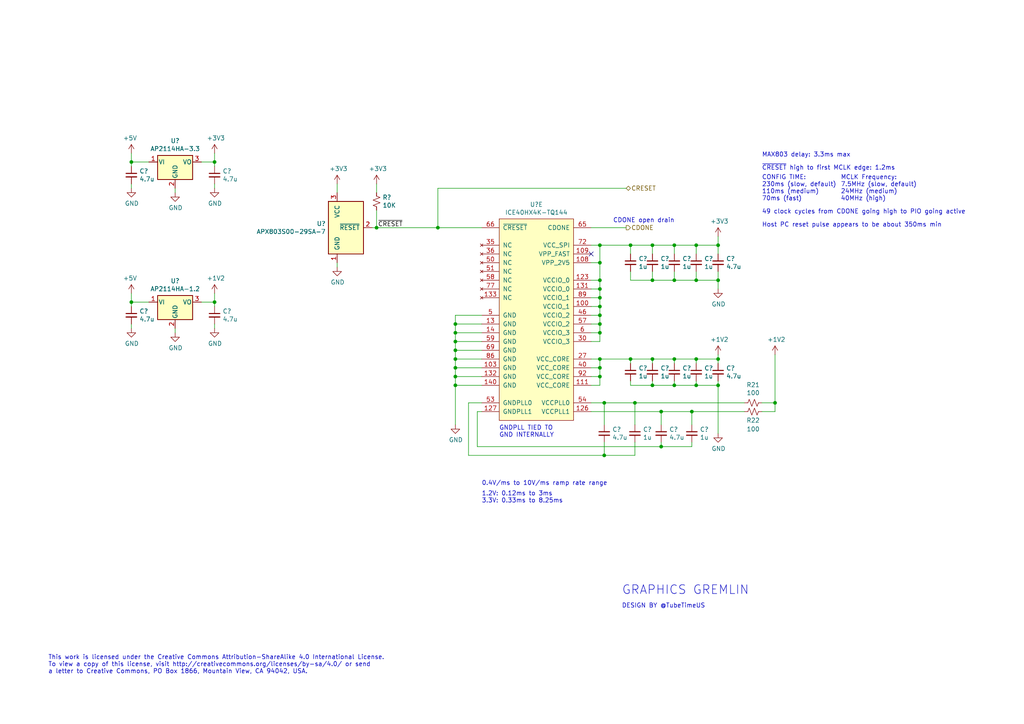
<source format=kicad_sch>
(kicad_sch
	(version 20231120)
	(generator "eeschema")
	(generator_version "8.0")
	(uuid "8caf340b-39e4-425f-ac12-e806ab87710d")
	(paper "A4")
	(title_block
		(title "Power Regulators and Reset Circuit")
		(rev "2")
	)
	(lib_symbols
		(symbol "Device:C_Small"
			(pin_numbers hide)
			(pin_names
				(offset 0.254) hide)
			(exclude_from_sim no)
			(in_bom yes)
			(on_board yes)
			(property "Reference" "C"
				(at 0.254 1.778 0)
				(effects
					(font
						(size 1.27 1.27)
					)
					(justify left)
				)
			)
			(property "Value" "C_Small"
				(at 0.254 -2.032 0)
				(effects
					(font
						(size 1.27 1.27)
					)
					(justify left)
				)
			)
			(property "Footprint" ""
				(at 0 0 0)
				(effects
					(font
						(size 1.27 1.27)
					)
					(hide yes)
				)
			)
			(property "Datasheet" "~"
				(at 0 0 0)
				(effects
					(font
						(size 1.27 1.27)
					)
					(hide yes)
				)
			)
			(property "Description" "Unpolarized capacitor, small symbol"
				(at 0 0 0)
				(effects
					(font
						(size 1.27 1.27)
					)
					(hide yes)
				)
			)
			(property "ki_keywords" "capacitor cap"
				(at 0 0 0)
				(effects
					(font
						(size 1.27 1.27)
					)
					(hide yes)
				)
			)
			(property "ki_fp_filters" "C_*"
				(at 0 0 0)
				(effects
					(font
						(size 1.27 1.27)
					)
					(hide yes)
				)
			)
			(symbol "C_Small_0_1"
				(polyline
					(pts
						(xy -1.524 -0.508) (xy 1.524 -0.508)
					)
					(stroke
						(width 0.3302)
						(type default)
					)
					(fill
						(type none)
					)
				)
				(polyline
					(pts
						(xy -1.524 0.508) (xy 1.524 0.508)
					)
					(stroke
						(width 0.3048)
						(type default)
					)
					(fill
						(type none)
					)
				)
			)
			(symbol "C_Small_1_1"
				(pin passive line
					(at 0 2.54 270)
					(length 2.032)
					(name "~"
						(effects
							(font
								(size 1.27 1.27)
							)
						)
					)
					(number "1"
						(effects
							(font
								(size 1.27 1.27)
							)
						)
					)
				)
				(pin passive line
					(at 0 -2.54 90)
					(length 2.032)
					(name "~"
						(effects
							(font
								(size 1.27 1.27)
							)
						)
					)
					(number "2"
						(effects
							(font
								(size 1.27 1.27)
							)
						)
					)
				)
			)
		)
		(symbol "Device:R_Small_US"
			(pin_numbers hide)
			(pin_names
				(offset 0.254) hide)
			(exclude_from_sim no)
			(in_bom yes)
			(on_board yes)
			(property "Reference" "R"
				(at 0.762 0.508 0)
				(effects
					(font
						(size 1.27 1.27)
					)
					(justify left)
				)
			)
			(property "Value" "R_Small_US"
				(at 0.762 -1.016 0)
				(effects
					(font
						(size 1.27 1.27)
					)
					(justify left)
				)
			)
			(property "Footprint" ""
				(at 0 0 0)
				(effects
					(font
						(size 1.27 1.27)
					)
					(hide yes)
				)
			)
			(property "Datasheet" "~"
				(at 0 0 0)
				(effects
					(font
						(size 1.27 1.27)
					)
					(hide yes)
				)
			)
			(property "Description" "Resistor, small US symbol"
				(at 0 0 0)
				(effects
					(font
						(size 1.27 1.27)
					)
					(hide yes)
				)
			)
			(property "ki_keywords" "r resistor"
				(at 0 0 0)
				(effects
					(font
						(size 1.27 1.27)
					)
					(hide yes)
				)
			)
			(property "ki_fp_filters" "R_*"
				(at 0 0 0)
				(effects
					(font
						(size 1.27 1.27)
					)
					(hide yes)
				)
			)
			(symbol "R_Small_US_1_1"
				(polyline
					(pts
						(xy 0 0) (xy 1.016 -0.381) (xy 0 -0.762) (xy -1.016 -1.143) (xy 0 -1.524)
					)
					(stroke
						(width 0)
						(type default)
					)
					(fill
						(type none)
					)
				)
				(polyline
					(pts
						(xy 0 1.524) (xy 1.016 1.143) (xy 0 0.762) (xy -1.016 0.381) (xy 0 0)
					)
					(stroke
						(width 0)
						(type default)
					)
					(fill
						(type none)
					)
				)
				(pin passive line
					(at 0 2.54 270)
					(length 1.016)
					(name "~"
						(effects
							(font
								(size 1.27 1.27)
							)
						)
					)
					(number "1"
						(effects
							(font
								(size 1.27 1.27)
							)
						)
					)
				)
				(pin passive line
					(at 0 -2.54 90)
					(length 1.016)
					(name "~"
						(effects
							(font
								(size 1.27 1.27)
							)
						)
					)
					(number "2"
						(effects
							(font
								(size 1.27 1.27)
							)
						)
					)
				)
			)
		)
		(symbol "Regulator_Linear:TC1262-33"
			(pin_names
				(offset 0.254)
			)
			(exclude_from_sim no)
			(in_bom yes)
			(on_board yes)
			(property "Reference" "U"
				(at -3.81 3.175 0)
				(effects
					(font
						(size 1.27 1.27)
					)
				)
			)
			(property "Value" "TC1262-33"
				(at 0 3.175 0)
				(effects
					(font
						(size 1.27 1.27)
					)
					(justify left)
				)
			)
			(property "Footprint" ""
				(at 0 5.715 0)
				(effects
					(font
						(size 1.27 1.27)
						(italic yes)
					)
					(hide yes)
				)
			)
			(property "Datasheet" "http://ww1.microchip.com/downloads/en/DeviceDoc/21373C.pdf"
				(at 0 -7.62 0)
				(effects
					(font
						(size 1.27 1.27)
					)
					(hide yes)
				)
			)
			(property "Description" "500mA Low Dropout CMOS Voltage Regulator, Fixed Output 3.3V, TO-220/SOT-223/TO-263"
				(at 0 0 0)
				(effects
					(font
						(size 1.27 1.27)
					)
					(hide yes)
				)
			)
			(property "ki_keywords" "Voltage Regulator 3.3V 500mA Positive CMOS LDO Microchip"
				(at 0 0 0)
				(effects
					(font
						(size 1.27 1.27)
					)
					(hide yes)
				)
			)
			(property "ki_fp_filters" "SOT?223* TO?220* TO?263*"
				(at 0 0 0)
				(effects
					(font
						(size 1.27 1.27)
					)
					(hide yes)
				)
			)
			(symbol "TC1262-33_1_1"
				(rectangle
					(start -5.08 1.905)
					(end 5.08 -5.08)
					(stroke
						(width 0.254)
						(type default)
					)
					(fill
						(type background)
					)
				)
				(pin power_in line
					(at -7.62 0 0)
					(length 2.54)
					(name "VI"
						(effects
							(font
								(size 1.27 1.27)
							)
						)
					)
					(number "1"
						(effects
							(font
								(size 1.27 1.27)
							)
						)
					)
				)
				(pin power_in line
					(at 0 -7.62 90)
					(length 2.54)
					(name "GND"
						(effects
							(font
								(size 1.27 1.27)
							)
						)
					)
					(number "2"
						(effects
							(font
								(size 1.27 1.27)
							)
						)
					)
				)
				(pin power_out line
					(at 7.62 0 180)
					(length 2.54)
					(name "VO"
						(effects
							(font
								(size 1.27 1.27)
							)
						)
					)
					(number "3"
						(effects
							(font
								(size 1.27 1.27)
							)
						)
					)
				)
			)
		)
		(symbol "isavideo-rescue:+1V2-power"
			(power)
			(pin_names
				(offset 0)
			)
			(exclude_from_sim no)
			(in_bom yes)
			(on_board yes)
			(property "Reference" "#PWR"
				(at 0 -3.81 0)
				(effects
					(font
						(size 1.27 1.27)
					)
					(hide yes)
				)
			)
			(property "Value" "power_+1V2"
				(at 0 3.556 0)
				(effects
					(font
						(size 1.27 1.27)
					)
				)
			)
			(property "Footprint" ""
				(at 0 0 0)
				(effects
					(font
						(size 1.27 1.27)
					)
					(hide yes)
				)
			)
			(property "Datasheet" ""
				(at 0 0 0)
				(effects
					(font
						(size 1.27 1.27)
					)
					(hide yes)
				)
			)
			(property "Description" ""
				(at 0 0 0)
				(effects
					(font
						(size 1.27 1.27)
					)
					(hide yes)
				)
			)
			(symbol "+1V2-power_0_1"
				(polyline
					(pts
						(xy -0.762 1.27) (xy 0 2.54)
					)
					(stroke
						(width 0)
						(type solid)
					)
					(fill
						(type none)
					)
				)
				(polyline
					(pts
						(xy 0 0) (xy 0 2.54)
					)
					(stroke
						(width 0)
						(type solid)
					)
					(fill
						(type none)
					)
				)
				(polyline
					(pts
						(xy 0 2.54) (xy 0.762 1.27)
					)
					(stroke
						(width 0)
						(type solid)
					)
					(fill
						(type none)
					)
				)
			)
			(symbol "+1V2-power_1_1"
				(pin power_in line
					(at 0 0 90)
					(length 0) hide
					(name "+1V2"
						(effects
							(font
								(size 1.27 1.27)
							)
						)
					)
					(number "1"
						(effects
							(font
								(size 1.27 1.27)
							)
						)
					)
				)
			)
		)
		(symbol "isavideo-rescue:+3V3-power"
			(power)
			(pin_names
				(offset 0)
			)
			(exclude_from_sim no)
			(in_bom yes)
			(on_board yes)
			(property "Reference" "#PWR"
				(at 0 -3.81 0)
				(effects
					(font
						(size 1.27 1.27)
					)
					(hide yes)
				)
			)
			(property "Value" "power_+3V3"
				(at 0 3.556 0)
				(effects
					(font
						(size 1.27 1.27)
					)
				)
			)
			(property "Footprint" ""
				(at 0 0 0)
				(effects
					(font
						(size 1.27 1.27)
					)
					(hide yes)
				)
			)
			(property "Datasheet" ""
				(at 0 0 0)
				(effects
					(font
						(size 1.27 1.27)
					)
					(hide yes)
				)
			)
			(property "Description" ""
				(at 0 0 0)
				(effects
					(font
						(size 1.27 1.27)
					)
					(hide yes)
				)
			)
			(symbol "+3V3-power_0_1"
				(polyline
					(pts
						(xy -0.762 1.27) (xy 0 2.54)
					)
					(stroke
						(width 0)
						(type solid)
					)
					(fill
						(type none)
					)
				)
				(polyline
					(pts
						(xy 0 0) (xy 0 2.54)
					)
					(stroke
						(width 0)
						(type solid)
					)
					(fill
						(type none)
					)
				)
				(polyline
					(pts
						(xy 0 2.54) (xy 0.762 1.27)
					)
					(stroke
						(width 0)
						(type solid)
					)
					(fill
						(type none)
					)
				)
			)
			(symbol "+3V3-power_1_1"
				(pin power_in line
					(at 0 0 90)
					(length 0) hide
					(name "+3V3"
						(effects
							(font
								(size 1.27 1.27)
							)
						)
					)
					(number "1"
						(effects
							(font
								(size 1.27 1.27)
							)
						)
					)
				)
			)
		)
		(symbol "isavideo-rescue:+5V-power"
			(power)
			(pin_names
				(offset 0)
			)
			(exclude_from_sim no)
			(in_bom yes)
			(on_board yes)
			(property "Reference" "#PWR"
				(at 0 -3.81 0)
				(effects
					(font
						(size 1.27 1.27)
					)
					(hide yes)
				)
			)
			(property "Value" "power_+5V"
				(at 0 3.556 0)
				(effects
					(font
						(size 1.27 1.27)
					)
				)
			)
			(property "Footprint" ""
				(at 0 0 0)
				(effects
					(font
						(size 1.27 1.27)
					)
					(hide yes)
				)
			)
			(property "Datasheet" ""
				(at 0 0 0)
				(effects
					(font
						(size 1.27 1.27)
					)
					(hide yes)
				)
			)
			(property "Description" ""
				(at 0 0 0)
				(effects
					(font
						(size 1.27 1.27)
					)
					(hide yes)
				)
			)
			(symbol "+5V-power_0_1"
				(polyline
					(pts
						(xy -0.762 1.27) (xy 0 2.54)
					)
					(stroke
						(width 0)
						(type solid)
					)
					(fill
						(type none)
					)
				)
				(polyline
					(pts
						(xy 0 0) (xy 0 2.54)
					)
					(stroke
						(width 0)
						(type solid)
					)
					(fill
						(type none)
					)
				)
				(polyline
					(pts
						(xy 0 2.54) (xy 0.762 1.27)
					)
					(stroke
						(width 0)
						(type solid)
					)
					(fill
						(type none)
					)
				)
			)
			(symbol "+5V-power_1_1"
				(pin power_in line
					(at 0 0 90)
					(length 0) hide
					(name "+5V"
						(effects
							(font
								(size 1.27 1.27)
							)
						)
					)
					(number "1"
						(effects
							(font
								(size 1.27 1.27)
							)
						)
					)
				)
			)
		)
		(symbol "isavideo-rescue:GND-power"
			(power)
			(pin_names
				(offset 0)
			)
			(exclude_from_sim no)
			(in_bom yes)
			(on_board yes)
			(property "Reference" "#PWR"
				(at 0 -6.35 0)
				(effects
					(font
						(size 1.27 1.27)
					)
					(hide yes)
				)
			)
			(property "Value" "power_GND"
				(at 0 -3.81 0)
				(effects
					(font
						(size 1.27 1.27)
					)
				)
			)
			(property "Footprint" ""
				(at 0 0 0)
				(effects
					(font
						(size 1.27 1.27)
					)
					(hide yes)
				)
			)
			(property "Datasheet" ""
				(at 0 0 0)
				(effects
					(font
						(size 1.27 1.27)
					)
					(hide yes)
				)
			)
			(property "Description" ""
				(at 0 0 0)
				(effects
					(font
						(size 1.27 1.27)
					)
					(hide yes)
				)
			)
			(symbol "GND-power_0_1"
				(polyline
					(pts
						(xy 0 0) (xy 0 -1.27) (xy 1.27 -1.27) (xy 0 -2.54) (xy -1.27 -1.27) (xy 0 -1.27)
					)
					(stroke
						(width 0)
						(type solid)
					)
					(fill
						(type none)
					)
				)
			)
			(symbol "GND-power_1_1"
				(pin power_in line
					(at 0 0 270)
					(length 0) hide
					(name "GND"
						(effects
							(font
								(size 1.27 1.27)
							)
						)
					)
					(number "1"
						(effects
							(font
								(size 1.27 1.27)
							)
						)
					)
				)
			)
		)
		(symbol "isavideo-rescue:ICE40HX4K-TQ144-logic"
			(pin_names
				(offset 1.016)
			)
			(exclude_from_sim no)
			(in_bom yes)
			(on_board yes)
			(property "Reference" "U"
				(at 0 3.81 0)
				(effects
					(font
						(size 1.27 1.27)
					)
				)
			)
			(property "Value" "logic_ICE40HX4K-TQ144"
				(at 8.89 1.27 0)
				(effects
					(font
						(size 1.27 1.27)
					)
				)
			)
			(property "Footprint" ""
				(at 0 0 0)
				(effects
					(font
						(size 1.27 1.27)
					)
					(hide yes)
				)
			)
			(property "Datasheet" ""
				(at 0 0 0)
				(effects
					(font
						(size 1.27 1.27)
					)
					(hide yes)
				)
			)
			(property "Description" ""
				(at 0 0 0)
				(effects
					(font
						(size 1.27 1.27)
					)
					(hide yes)
				)
			)
			(property "ki_locked" ""
				(at 0 0 0)
				(effects
					(font
						(size 1.27 1.27)
					)
				)
			)
			(symbol "ICE40HX4K-TQ144-logic_1_0"
				(rectangle
					(start 0 0)
					(end 17.78 -73.66)
					(stroke
						(width 0)
						(type solid)
					)
					(fill
						(type background)
					)
				)
				(text "28"
					(at 15.24 -3.81 0)
					(effects
						(font
							(size 1.27 1.27)
						)
					)
				)
				(text "BANK 3"
					(at 12.7 -1.27 0)
					(effects
						(font
							(size 1.27 1.27)
						)
					)
				)
			)
			(symbol "ICE40HX4K-TQ144-logic_1_1"
				(pin passive line
					(at -5.08 -2.54 0)
					(length 5.08)
					(name "IOL_2A"
						(effects
							(font
								(size 1.27 1.27)
							)
						)
					)
					(number "1"
						(effects
							(font
								(size 1.27 1.27)
							)
						)
					)
				)
				(pin passive line
					(at -5.08 -20.32 0)
					(length 5.08)
					(name "IOL_5B"
						(effects
							(font
								(size 1.27 1.27)
							)
						)
					)
					(number "10"
						(effects
							(font
								(size 1.27 1.27)
							)
						)
					)
				)
				(pin passive line
					(at -5.08 -22.86 0)
					(length 5.08)
					(name "IOL_8A"
						(effects
							(font
								(size 1.27 1.27)
							)
						)
					)
					(number "11"
						(effects
							(font
								(size 1.27 1.27)
							)
						)
					)
				)
				(pin passive line
					(at -5.08 -25.4 0)
					(length 5.08)
					(name "IOL_8B"
						(effects
							(font
								(size 1.27 1.27)
							)
						)
					)
					(number "12"
						(effects
							(font
								(size 1.27 1.27)
							)
						)
					)
				)
				(pin passive line
					(at -5.08 -27.94 0)
					(length 5.08)
					(name "IOL_10A"
						(effects
							(font
								(size 1.27 1.27)
							)
						)
					)
					(number "15"
						(effects
							(font
								(size 1.27 1.27)
							)
						)
					)
				)
				(pin passive line
					(at -5.08 -30.48 0)
					(length 5.08)
					(name "IOL_10B"
						(effects
							(font
								(size 1.27 1.27)
							)
						)
					)
					(number "16"
						(effects
							(font
								(size 1.27 1.27)
							)
						)
					)
				)
				(pin passive line
					(at -5.08 -33.02 0)
					(length 5.08)
					(name "IOL_12A"
						(effects
							(font
								(size 1.27 1.27)
							)
						)
					)
					(number "17"
						(effects
							(font
								(size 1.27 1.27)
							)
						)
					)
				)
				(pin passive line
					(at -5.08 -35.56 0)
					(length 5.08)
					(name "IOL_12B"
						(effects
							(font
								(size 1.27 1.27)
							)
						)
					)
					(number "18"
						(effects
							(font
								(size 1.27 1.27)
							)
						)
					)
				)
				(pin passive line
					(at -5.08 -38.1 0)
					(length 5.08)
					(name "IOL_13A"
						(effects
							(font
								(size 1.27 1.27)
							)
						)
					)
					(number "19"
						(effects
							(font
								(size 1.27 1.27)
							)
						)
					)
				)
				(pin passive line
					(at -5.08 -5.08 0)
					(length 5.08)
					(name "IOL_2B"
						(effects
							(font
								(size 1.27 1.27)
							)
						)
					)
					(number "2"
						(effects
							(font
								(size 1.27 1.27)
							)
						)
					)
				)
				(pin passive line
					(at -5.08 -40.64 0)
					(length 5.08)
					(name "IOL_13B_GBIN7"
						(effects
							(font
								(size 1.27 1.27)
							)
						)
					)
					(number "20"
						(effects
							(font
								(size 1.27 1.27)
							)
						)
					)
				)
				(pin passive line
					(at -5.08 -43.18 0)
					(length 5.08)
					(name "IOL_14A_GBIN6"
						(effects
							(font
								(size 1.27 1.27)
							)
						)
					)
					(number "21"
						(effects
							(font
								(size 1.27 1.27)
							)
						)
					)
				)
				(pin passive line
					(at -5.08 -45.72 0)
					(length 5.08)
					(name "IOL_14B"
						(effects
							(font
								(size 1.27 1.27)
							)
						)
					)
					(number "22"
						(effects
							(font
								(size 1.27 1.27)
							)
						)
					)
				)
				(pin passive line
					(at -5.08 -48.26 0)
					(length 5.08)
					(name "IOL_17A"
						(effects
							(font
								(size 1.27 1.27)
							)
						)
					)
					(number "23"
						(effects
							(font
								(size 1.27 1.27)
							)
						)
					)
				)
				(pin passive line
					(at -5.08 -50.8 0)
					(length 5.08)
					(name "IOL_17B"
						(effects
							(font
								(size 1.27 1.27)
							)
						)
					)
					(number "24"
						(effects
							(font
								(size 1.27 1.27)
							)
						)
					)
				)
				(pin passive line
					(at -5.08 -53.34 0)
					(length 5.08)
					(name "IOL_18A"
						(effects
							(font
								(size 1.27 1.27)
							)
						)
					)
					(number "25"
						(effects
							(font
								(size 1.27 1.27)
							)
						)
					)
				)
				(pin passive line
					(at -5.08 -55.88 0)
					(length 5.08)
					(name "IOL_18B"
						(effects
							(font
								(size 1.27 1.27)
							)
						)
					)
					(number "26"
						(effects
							(font
								(size 1.27 1.27)
							)
						)
					)
				)
				(pin passive line
					(at -5.08 -58.42 0)
					(length 5.08)
					(name "IOL_23A"
						(effects
							(font
								(size 1.27 1.27)
							)
						)
					)
					(number "28"
						(effects
							(font
								(size 1.27 1.27)
							)
						)
					)
				)
				(pin passive line
					(at -5.08 -60.96 0)
					(length 5.08)
					(name "IOL_23B"
						(effects
							(font
								(size 1.27 1.27)
							)
						)
					)
					(number "29"
						(effects
							(font
								(size 1.27 1.27)
							)
						)
					)
				)
				(pin passive line
					(at -5.08 -7.62 0)
					(length 5.08)
					(name "IOL_3A"
						(effects
							(font
								(size 1.27 1.27)
							)
						)
					)
					(number "3"
						(effects
							(font
								(size 1.27 1.27)
							)
						)
					)
				)
				(pin passive line
					(at -5.08 -63.5 0)
					(length 5.08)
					(name "IOL_24A"
						(effects
							(font
								(size 1.27 1.27)
							)
						)
					)
					(number "31"
						(effects
							(font
								(size 1.27 1.27)
							)
						)
					)
				)
				(pin passive line
					(at -5.08 -66.04 0)
					(length 5.08)
					(name "IOL_24B"
						(effects
							(font
								(size 1.27 1.27)
							)
						)
					)
					(number "32"
						(effects
							(font
								(size 1.27 1.27)
							)
						)
					)
				)
				(pin passive line
					(at -5.08 -68.58 0)
					(length 5.08)
					(name "IOL_25A"
						(effects
							(font
								(size 1.27 1.27)
							)
						)
					)
					(number "33"
						(effects
							(font
								(size 1.27 1.27)
							)
						)
					)
				)
				(pin passive line
					(at -5.08 -71.12 0)
					(length 5.08)
					(name "IOL_25B"
						(effects
							(font
								(size 1.27 1.27)
							)
						)
					)
					(number "34"
						(effects
							(font
								(size 1.27 1.27)
							)
						)
					)
				)
				(pin passive line
					(at -5.08 -10.16 0)
					(length 5.08)
					(name "IOL_3B"
						(effects
							(font
								(size 1.27 1.27)
							)
						)
					)
					(number "4"
						(effects
							(font
								(size 1.27 1.27)
							)
						)
					)
				)
				(pin passive line
					(at -5.08 -12.7 0)
					(length 5.08)
					(name "IOL_4A"
						(effects
							(font
								(size 1.27 1.27)
							)
						)
					)
					(number "7"
						(effects
							(font
								(size 1.27 1.27)
							)
						)
					)
				)
				(pin passive line
					(at -5.08 -15.24 0)
					(length 5.08)
					(name "IOL_4B"
						(effects
							(font
								(size 1.27 1.27)
							)
						)
					)
					(number "8"
						(effects
							(font
								(size 1.27 1.27)
							)
						)
					)
				)
				(pin passive line
					(at -5.08 -17.78 0)
					(length 5.08)
					(name "IOL_5A"
						(effects
							(font
								(size 1.27 1.27)
							)
						)
					)
					(number "9"
						(effects
							(font
								(size 1.27 1.27)
							)
						)
					)
				)
			)
			(symbol "ICE40HX4K-TQ144-logic_2_0"
				(rectangle
					(start 0 0)
					(end 17.78 -60.96)
					(stroke
						(width 0)
						(type solid)
					)
					(fill
						(type background)
					)
				)
				(text "23"
					(at 15.24 -3.81 0)
					(effects
						(font
							(size 1.27 1.27)
						)
					)
				)
				(text "BANK 2"
					(at 12.7 -1.27 0)
					(effects
						(font
							(size 1.27 1.27)
						)
					)
				)
			)
			(symbol "ICE40HX4K-TQ144-logic_2_1"
				(pin passive line
					(at -5.08 -2.54 0)
					(length 5.08)
					(name "IOB_56"
						(effects
							(font
								(size 1.27 1.27)
							)
						)
					)
					(number "37"
						(effects
							(font
								(size 1.27 1.27)
							)
						)
					)
				)
				(pin passive line
					(at -5.08 -5.08 0)
					(length 5.08)
					(name "IOB_57"
						(effects
							(font
								(size 1.27 1.27)
							)
						)
					)
					(number "38"
						(effects
							(font
								(size 1.27 1.27)
							)
						)
					)
				)
				(pin passive line
					(at -5.08 -7.62 0)
					(length 5.08)
					(name "IOB_61"
						(effects
							(font
								(size 1.27 1.27)
							)
						)
					)
					(number "39"
						(effects
							(font
								(size 1.27 1.27)
							)
						)
					)
				)
				(pin passive line
					(at -5.08 -10.16 0)
					(length 5.08)
					(name "IOB_63"
						(effects
							(font
								(size 1.27 1.27)
							)
						)
					)
					(number "41"
						(effects
							(font
								(size 1.27 1.27)
							)
						)
					)
				)
				(pin passive line
					(at -5.08 -12.7 0)
					(length 5.08)
					(name "IOB_64"
						(effects
							(font
								(size 1.27 1.27)
							)
						)
					)
					(number "42"
						(effects
							(font
								(size 1.27 1.27)
							)
						)
					)
				)
				(pin passive line
					(at -5.08 -15.24 0)
					(length 5.08)
					(name "IOB_71"
						(effects
							(font
								(size 1.27 1.27)
							)
						)
					)
					(number "43"
						(effects
							(font
								(size 1.27 1.27)
							)
						)
					)
				)
				(pin passive line
					(at -5.08 -17.78 0)
					(length 5.08)
					(name "IOB_72"
						(effects
							(font
								(size 1.27 1.27)
							)
						)
					)
					(number "44"
						(effects
							(font
								(size 1.27 1.27)
							)
						)
					)
				)
				(pin passive line
					(at -5.08 -20.32 0)
					(length 5.08)
					(name "IOB_73"
						(effects
							(font
								(size 1.27 1.27)
							)
						)
					)
					(number "45"
						(effects
							(font
								(size 1.27 1.27)
							)
						)
					)
				)
				(pin passive line
					(at -5.08 -22.86 0)
					(length 5.08)
					(name "IOB_79"
						(effects
							(font
								(size 1.27 1.27)
							)
						)
					)
					(number "47"
						(effects
							(font
								(size 1.27 1.27)
							)
						)
					)
				)
				(pin passive line
					(at -5.08 -25.4 0)
					(length 5.08)
					(name "IOB_80"
						(effects
							(font
								(size 1.27 1.27)
							)
						)
					)
					(number "48"
						(effects
							(font
								(size 1.27 1.27)
							)
						)
					)
				)
				(pin passive line
					(at -5.08 -27.94 0)
					(length 5.08)
					(name "IOB_81_GBIN5"
						(effects
							(font
								(size 1.27 1.27)
							)
						)
					)
					(number "49"
						(effects
							(font
								(size 1.27 1.27)
							)
						)
					)
				)
				(pin passive line
					(at -5.08 -30.48 0)
					(length 5.08)
					(name "IOB_82_GBIN4"
						(effects
							(font
								(size 1.27 1.27)
							)
						)
					)
					(number "52"
						(effects
							(font
								(size 1.27 1.27)
							)
						)
					)
				)
				(pin passive line
					(at -5.08 -33.02 0)
					(length 5.08)
					(name "IOB_91"
						(effects
							(font
								(size 1.27 1.27)
							)
						)
					)
					(number "55"
						(effects
							(font
								(size 1.27 1.27)
							)
						)
					)
				)
				(pin passive line
					(at -5.08 -35.56 0)
					(length 5.08)
					(name "IOB_94"
						(effects
							(font
								(size 1.27 1.27)
							)
						)
					)
					(number "56"
						(effects
							(font
								(size 1.27 1.27)
							)
						)
					)
				)
				(pin passive line
					(at -5.08 -38.1 0)
					(length 5.08)
					(name "IOB_95"
						(effects
							(font
								(size 1.27 1.27)
							)
						)
					)
					(number "60"
						(effects
							(font
								(size 1.27 1.27)
							)
						)
					)
				)
				(pin passive line
					(at -5.08 -40.64 0)
					(length 5.08)
					(name "IOB_96"
						(effects
							(font
								(size 1.27 1.27)
							)
						)
					)
					(number "61"
						(effects
							(font
								(size 1.27 1.27)
							)
						)
					)
				)
				(pin passive line
					(at -5.08 -43.18 0)
					(length 5.08)
					(name "IOB_102"
						(effects
							(font
								(size 1.27 1.27)
							)
						)
					)
					(number "62"
						(effects
							(font
								(size 1.27 1.27)
							)
						)
					)
				)
				(pin passive line
					(at -5.08 -45.72 0)
					(length 5.08)
					(name "IOB_103_CBSEL0"
						(effects
							(font
								(size 1.27 1.27)
							)
						)
					)
					(number "63"
						(effects
							(font
								(size 1.27 1.27)
							)
						)
					)
				)
				(pin passive line
					(at -5.08 -48.26 0)
					(length 5.08)
					(name "IOB_104_CBSEL1"
						(effects
							(font
								(size 1.27 1.27)
							)
						)
					)
					(number "64"
						(effects
							(font
								(size 1.27 1.27)
							)
						)
					)
				)
				(pin passive line
					(at -5.08 -50.8 0)
					(length 5.08)
					(name "IOB_105_SDO"
						(effects
							(font
								(size 1.27 1.27)
							)
						)
					)
					(number "67"
						(effects
							(font
								(size 1.27 1.27)
							)
						)
					)
				)
				(pin passive line
					(at -5.08 -53.34 0)
					(length 5.08)
					(name "IOB_106_SDI"
						(effects
							(font
								(size 1.27 1.27)
							)
						)
					)
					(number "68"
						(effects
							(font
								(size 1.27 1.27)
							)
						)
					)
				)
				(pin passive line
					(at -5.08 -55.88 0)
					(length 5.08)
					(name "IOB_107_SCK"
						(effects
							(font
								(size 1.27 1.27)
							)
						)
					)
					(number "70"
						(effects
							(font
								(size 1.27 1.27)
							)
						)
					)
				)
				(pin passive line
					(at -5.08 -58.42 0)
					(length 5.08)
					(name "IOB_108_SS"
						(effects
							(font
								(size 1.27 1.27)
							)
						)
					)
					(number "71"
						(effects
							(font
								(size 1.27 1.27)
							)
						)
					)
				)
			)
			(symbol "ICE40HX4K-TQ144-logic_3_0"
				(rectangle
					(start 0 0)
					(end 17.78 -76.2)
					(stroke
						(width 0)
						(type solid)
					)
					(fill
						(type background)
					)
				)
				(text "29"
					(at 15.24 -3.81 0)
					(effects
						(font
							(size 1.27 1.27)
						)
					)
				)
				(text "BANK 1"
					(at 12.7 -1.27 0)
					(effects
						(font
							(size 1.27 1.27)
						)
					)
				)
			)
			(symbol "ICE40HX4K-TQ144-logic_3_1"
				(pin passive line
					(at -5.08 -60.96 0)
					(length 5.08)
					(name "IOR_160"
						(effects
							(font
								(size 1.27 1.27)
							)
						)
					)
					(number "101"
						(effects
							(font
								(size 1.27 1.27)
							)
						)
					)
				)
				(pin passive line
					(at -5.08 -63.5 0)
					(length 5.08)
					(name "IOR_161"
						(effects
							(font
								(size 1.27 1.27)
							)
						)
					)
					(number "102"
						(effects
							(font
								(size 1.27 1.27)
							)
						)
					)
				)
				(pin passive line
					(at -5.08 -66.04 0)
					(length 5.08)
					(name "IOR_164"
						(effects
							(font
								(size 1.27 1.27)
							)
						)
					)
					(number "104"
						(effects
							(font
								(size 1.27 1.27)
							)
						)
					)
				)
				(pin passive line
					(at -5.08 -68.58 0)
					(length 5.08)
					(name "IOR_165"
						(effects
							(font
								(size 1.27 1.27)
							)
						)
					)
					(number "105"
						(effects
							(font
								(size 1.27 1.27)
							)
						)
					)
				)
				(pin passive line
					(at -5.08 -71.12 0)
					(length 5.08)
					(name "IOR_166"
						(effects
							(font
								(size 1.27 1.27)
							)
						)
					)
					(number "106"
						(effects
							(font
								(size 1.27 1.27)
							)
						)
					)
				)
				(pin passive line
					(at -5.08 -73.66 0)
					(length 5.08)
					(name "IOR_167"
						(effects
							(font
								(size 1.27 1.27)
							)
						)
					)
					(number "107"
						(effects
							(font
								(size 1.27 1.27)
							)
						)
					)
				)
				(pin passive line
					(at -5.08 -2.54 0)
					(length 5.08)
					(name "IOR_109"
						(effects
							(font
								(size 1.27 1.27)
							)
						)
					)
					(number "73"
						(effects
							(font
								(size 1.27 1.27)
							)
						)
					)
				)
				(pin passive line
					(at -5.08 -5.08 0)
					(length 5.08)
					(name "IOR_110"
						(effects
							(font
								(size 1.27 1.27)
							)
						)
					)
					(number "74"
						(effects
							(font
								(size 1.27 1.27)
							)
						)
					)
				)
				(pin passive line
					(at -5.08 -7.62 0)
					(length 5.08)
					(name "IOR_111"
						(effects
							(font
								(size 1.27 1.27)
							)
						)
					)
					(number "75"
						(effects
							(font
								(size 1.27 1.27)
							)
						)
					)
				)
				(pin passive line
					(at -5.08 -10.16 0)
					(length 5.08)
					(name "IOR_112"
						(effects
							(font
								(size 1.27 1.27)
							)
						)
					)
					(number "76"
						(effects
							(font
								(size 1.27 1.27)
							)
						)
					)
				)
				(pin passive line
					(at -5.08 -12.7 0)
					(length 5.08)
					(name "IOR_114"
						(effects
							(font
								(size 1.27 1.27)
							)
						)
					)
					(number "78"
						(effects
							(font
								(size 1.27 1.27)
							)
						)
					)
				)
				(pin passive line
					(at -5.08 -15.24 0)
					(length 5.08)
					(name "IOR_115"
						(effects
							(font
								(size 1.27 1.27)
							)
						)
					)
					(number "79"
						(effects
							(font
								(size 1.27 1.27)
							)
						)
					)
				)
				(pin passive line
					(at -5.08 -17.78 0)
					(length 5.08)
					(name "IOR_116"
						(effects
							(font
								(size 1.27 1.27)
							)
						)
					)
					(number "80"
						(effects
							(font
								(size 1.27 1.27)
							)
						)
					)
				)
				(pin passive line
					(at -5.08 -20.32 0)
					(length 5.08)
					(name "IOR_117"
						(effects
							(font
								(size 1.27 1.27)
							)
						)
					)
					(number "81"
						(effects
							(font
								(size 1.27 1.27)
							)
						)
					)
				)
				(pin passive line
					(at -5.08 -22.86 0)
					(length 5.08)
					(name "IOR_118"
						(effects
							(font
								(size 1.27 1.27)
							)
						)
					)
					(number "82"
						(effects
							(font
								(size 1.27 1.27)
							)
						)
					)
				)
				(pin passive line
					(at -5.08 -25.4 0)
					(length 5.08)
					(name "IOR_119"
						(effects
							(font
								(size 1.27 1.27)
							)
						)
					)
					(number "83"
						(effects
							(font
								(size 1.27 1.27)
							)
						)
					)
				)
				(pin passive line
					(at -5.08 -27.94 0)
					(length 5.08)
					(name "IOR_120"
						(effects
							(font
								(size 1.27 1.27)
							)
						)
					)
					(number "84"
						(effects
							(font
								(size 1.27 1.27)
							)
						)
					)
				)
				(pin passive line
					(at -5.08 -30.48 0)
					(length 5.08)
					(name "IOR_128"
						(effects
							(font
								(size 1.27 1.27)
							)
						)
					)
					(number "85"
						(effects
							(font
								(size 1.27 1.27)
							)
						)
					)
				)
				(pin passive line
					(at -5.08 -33.02 0)
					(length 5.08)
					(name "IOR_136"
						(effects
							(font
								(size 1.27 1.27)
							)
						)
					)
					(number "87"
						(effects
							(font
								(size 1.27 1.27)
							)
						)
					)
				)
				(pin passive line
					(at -5.08 -35.56 0)
					(length 5.08)
					(name "IOR_137"
						(effects
							(font
								(size 1.27 1.27)
							)
						)
					)
					(number "88"
						(effects
							(font
								(size 1.27 1.27)
							)
						)
					)
				)
				(pin passive line
					(at -5.08 -38.1 0)
					(length 5.08)
					(name "IOR_138"
						(effects
							(font
								(size 1.27 1.27)
							)
						)
					)
					(number "90"
						(effects
							(font
								(size 1.27 1.27)
							)
						)
					)
				)
				(pin passive line
					(at -5.08 -40.64 0)
					(length 5.08)
					(name "IOR_139"
						(effects
							(font
								(size 1.27 1.27)
							)
						)
					)
					(number "91"
						(effects
							(font
								(size 1.27 1.27)
							)
						)
					)
				)
				(pin passive line
					(at -5.08 -43.18 0)
					(length 5.08)
					(name "IOR_140_GBIN3"
						(effects
							(font
								(size 1.27 1.27)
							)
						)
					)
					(number "93"
						(effects
							(font
								(size 1.27 1.27)
							)
						)
					)
				)
				(pin passive line
					(at -5.08 -45.72 0)
					(length 5.08)
					(name "IOR_141_GBIN2"
						(effects
							(font
								(size 1.27 1.27)
							)
						)
					)
					(number "94"
						(effects
							(font
								(size 1.27 1.27)
							)
						)
					)
				)
				(pin passive line
					(at -5.08 -48.26 0)
					(length 5.08)
					(name "IOR_144"
						(effects
							(font
								(size 1.27 1.27)
							)
						)
					)
					(number "95"
						(effects
							(font
								(size 1.27 1.27)
							)
						)
					)
				)
				(pin passive line
					(at -5.08 -50.8 0)
					(length 5.08)
					(name "IOR_146"
						(effects
							(font
								(size 1.27 1.27)
							)
						)
					)
					(number "96"
						(effects
							(font
								(size 1.27 1.27)
							)
						)
					)
				)
				(pin passive line
					(at -5.08 -53.34 0)
					(length 5.08)
					(name "IOR_147"
						(effects
							(font
								(size 1.27 1.27)
							)
						)
					)
					(number "97"
						(effects
							(font
								(size 1.27 1.27)
							)
						)
					)
				)
				(pin passive line
					(at -5.08 -55.88 0)
					(length 5.08)
					(name "IOR_148"
						(effects
							(font
								(size 1.27 1.27)
							)
						)
					)
					(number "98"
						(effects
							(font
								(size 1.27 1.27)
							)
						)
					)
				)
				(pin passive line
					(at -5.08 -58.42 0)
					(length 5.08)
					(name "IOR_152"
						(effects
							(font
								(size 1.27 1.27)
							)
						)
					)
					(number "99"
						(effects
							(font
								(size 1.27 1.27)
							)
						)
					)
				)
			)
			(symbol "ICE40HX4K-TQ144-logic_4_0"
				(rectangle
					(start 0 0)
					(end 17.78 -71.12)
					(stroke
						(width 0)
						(type solid)
					)
					(fill
						(type background)
					)
				)
				(text "27"
					(at 15.24 -3.81 0)
					(effects
						(font
							(size 1.27 1.27)
						)
					)
				)
				(text "BANK 0"
					(at 12.7 -1.27 0)
					(effects
						(font
							(size 1.27 1.27)
						)
					)
				)
			)
			(symbol "ICE40HX4K-TQ144-logic_4_1"
				(pin passive line
					(at -5.08 -2.54 0)
					(length 5.08)
					(name "IOT_168"
						(effects
							(font
								(size 1.27 1.27)
							)
						)
					)
					(number "110"
						(effects
							(font
								(size 1.27 1.27)
							)
						)
					)
				)
				(pin passive line
					(at -5.08 -5.08 0)
					(length 5.08)
					(name "IOT_169"
						(effects
							(font
								(size 1.27 1.27)
							)
						)
					)
					(number "112"
						(effects
							(font
								(size 1.27 1.27)
							)
						)
					)
				)
				(pin passive line
					(at -5.08 -7.62 0)
					(length 5.08)
					(name "IOT_170"
						(effects
							(font
								(size 1.27 1.27)
							)
						)
					)
					(number "113"
						(effects
							(font
								(size 1.27 1.27)
							)
						)
					)
				)
				(pin passive line
					(at -5.08 -10.16 0)
					(length 5.08)
					(name "IOT_171"
						(effects
							(font
								(size 1.27 1.27)
							)
						)
					)
					(number "114"
						(effects
							(font
								(size 1.27 1.27)
							)
						)
					)
				)
				(pin passive line
					(at -5.08 -12.7 0)
					(length 5.08)
					(name "IOT_172"
						(effects
							(font
								(size 1.27 1.27)
							)
						)
					)
					(number "115"
						(effects
							(font
								(size 1.27 1.27)
							)
						)
					)
				)
				(pin passive line
					(at -5.08 -15.24 0)
					(length 5.08)
					(name "IOT_173"
						(effects
							(font
								(size 1.27 1.27)
							)
						)
					)
					(number "116"
						(effects
							(font
								(size 1.27 1.27)
							)
						)
					)
				)
				(pin passive line
					(at -5.08 -17.78 0)
					(length 5.08)
					(name "IOT_174"
						(effects
							(font
								(size 1.27 1.27)
							)
						)
					)
					(number "117"
						(effects
							(font
								(size 1.27 1.27)
							)
						)
					)
				)
				(pin passive line
					(at -5.08 -20.32 0)
					(length 5.08)
					(name "IOT_177"
						(effects
							(font
								(size 1.27 1.27)
							)
						)
					)
					(number "118"
						(effects
							(font
								(size 1.27 1.27)
							)
						)
					)
				)
				(pin passive line
					(at -5.08 -22.86 0)
					(length 5.08)
					(name "IOT_178"
						(effects
							(font
								(size 1.27 1.27)
							)
						)
					)
					(number "119"
						(effects
							(font
								(size 1.27 1.27)
							)
						)
					)
				)
				(pin passive line
					(at -5.08 -25.4 0)
					(length 5.08)
					(name "IOT_179"
						(effects
							(font
								(size 1.27 1.27)
							)
						)
					)
					(number "120"
						(effects
							(font
								(size 1.27 1.27)
							)
						)
					)
				)
				(pin passive line
					(at -5.08 -27.94 0)
					(length 5.08)
					(name "IOT_181"
						(effects
							(font
								(size 1.27 1.27)
							)
						)
					)
					(number "121"
						(effects
							(font
								(size 1.27 1.27)
							)
						)
					)
				)
				(pin passive line
					(at -5.08 -30.48 0)
					(length 5.08)
					(name "IOT_190"
						(effects
							(font
								(size 1.27 1.27)
							)
						)
					)
					(number "122"
						(effects
							(font
								(size 1.27 1.27)
							)
						)
					)
				)
				(pin passive line
					(at -5.08 -33.02 0)
					(length 5.08)
					(name "IOT_191"
						(effects
							(font
								(size 1.27 1.27)
							)
						)
					)
					(number "124"
						(effects
							(font
								(size 1.27 1.27)
							)
						)
					)
				)
				(pin passive line
					(at -5.08 -35.56 0)
					(length 5.08)
					(name "IOT_192"
						(effects
							(font
								(size 1.27 1.27)
							)
						)
					)
					(number "125"
						(effects
							(font
								(size 1.27 1.27)
							)
						)
					)
				)
				(pin passive line
					(at -5.08 -38.1 0)
					(length 5.08)
					(name "IOT_197_GBIN1"
						(effects
							(font
								(size 1.27 1.27)
							)
						)
					)
					(number "128"
						(effects
							(font
								(size 1.27 1.27)
							)
						)
					)
				)
				(pin passive line
					(at -5.08 -40.64 0)
					(length 5.08)
					(name "IOT_198_GBIN0"
						(effects
							(font
								(size 1.27 1.27)
							)
						)
					)
					(number "129"
						(effects
							(font
								(size 1.27 1.27)
							)
						)
					)
				)
				(pin passive line
					(at -5.08 -43.18 0)
					(length 5.08)
					(name "IOT_206"
						(effects
							(font
								(size 1.27 1.27)
							)
						)
					)
					(number "130"
						(effects
							(font
								(size 1.27 1.27)
							)
						)
					)
				)
				(pin passive line
					(at -5.08 -45.72 0)
					(length 5.08)
					(name "IOT_212"
						(effects
							(font
								(size 1.27 1.27)
							)
						)
					)
					(number "134"
						(effects
							(font
								(size 1.27 1.27)
							)
						)
					)
				)
				(pin passive line
					(at -5.08 -48.26 0)
					(length 5.08)
					(name "IOT_213"
						(effects
							(font
								(size 1.27 1.27)
							)
						)
					)
					(number "135"
						(effects
							(font
								(size 1.27 1.27)
							)
						)
					)
				)
				(pin passive line
					(at -5.08 -50.8 0)
					(length 5.08)
					(name "IOT_214"
						(effects
							(font
								(size 1.27 1.27)
							)
						)
					)
					(number "136"
						(effects
							(font
								(size 1.27 1.27)
							)
						)
					)
				)
				(pin passive line
					(at -5.08 -53.34 0)
					(length 5.08)
					(name "IOT_215"
						(effects
							(font
								(size 1.27 1.27)
							)
						)
					)
					(number "137"
						(effects
							(font
								(size 1.27 1.27)
							)
						)
					)
				)
				(pin passive line
					(at -5.08 -55.88 0)
					(length 5.08)
					(name "IOT_216"
						(effects
							(font
								(size 1.27 1.27)
							)
						)
					)
					(number "138"
						(effects
							(font
								(size 1.27 1.27)
							)
						)
					)
				)
				(pin passive line
					(at -5.08 -58.42 0)
					(length 5.08)
					(name "IOT_217"
						(effects
							(font
								(size 1.27 1.27)
							)
						)
					)
					(number "139"
						(effects
							(font
								(size 1.27 1.27)
							)
						)
					)
				)
				(pin passive line
					(at -5.08 -60.96 0)
					(length 5.08)
					(name "IOT_219"
						(effects
							(font
								(size 1.27 1.27)
							)
						)
					)
					(number "141"
						(effects
							(font
								(size 1.27 1.27)
							)
						)
					)
				)
				(pin passive line
					(at -5.08 -63.5 0)
					(length 5.08)
					(name "IOT_220"
						(effects
							(font
								(size 1.27 1.27)
							)
						)
					)
					(number "142"
						(effects
							(font
								(size 1.27 1.27)
							)
						)
					)
				)
				(pin passive line
					(at -5.08 -66.04 0)
					(length 5.08)
					(name "IOT_221"
						(effects
							(font
								(size 1.27 1.27)
							)
						)
					)
					(number "143"
						(effects
							(font
								(size 1.27 1.27)
							)
						)
					)
				)
				(pin passive line
					(at -5.08 -68.58 0)
					(length 5.08)
					(name "IOT_222"
						(effects
							(font
								(size 1.27 1.27)
							)
						)
					)
					(number "144"
						(effects
							(font
								(size 1.27 1.27)
							)
						)
					)
				)
			)
			(symbol "ICE40HX4K-TQ144-logic_5_0"
				(rectangle
					(start 0 0)
					(end 21.59 -58.42)
					(stroke
						(width 0)
						(type solid)
					)
					(fill
						(type background)
					)
				)
			)
			(symbol "ICE40HX4K-TQ144-logic_5_1"
				(pin power_in line
					(at 26.67 -25.4 180)
					(length 5.08)
					(name "VCCIO_1"
						(effects
							(font
								(size 1.27 1.27)
							)
						)
					)
					(number "100"
						(effects
							(font
								(size 1.27 1.27)
							)
						)
					)
				)
				(pin power_in line
					(at -5.08 -43.18 0)
					(length 5.08)
					(name "GND"
						(effects
							(font
								(size 1.27 1.27)
							)
						)
					)
					(number "103"
						(effects
							(font
								(size 1.27 1.27)
							)
						)
					)
				)
				(pin power_in line
					(at 26.67 -12.7 180)
					(length 5.08)
					(name "VPP_2V5"
						(effects
							(font
								(size 1.27 1.27)
							)
						)
					)
					(number "108"
						(effects
							(font
								(size 1.27 1.27)
							)
						)
					)
				)
				(pin power_in line
					(at 26.67 -10.16 180)
					(length 5.08)
					(name "VPP_FAST"
						(effects
							(font
								(size 1.27 1.27)
							)
						)
					)
					(number "109"
						(effects
							(font
								(size 1.27 1.27)
							)
						)
					)
				)
				(pin power_in line
					(at 26.67 -48.26 180)
					(length 5.08)
					(name "VCC_CORE"
						(effects
							(font
								(size 1.27 1.27)
							)
						)
					)
					(number "111"
						(effects
							(font
								(size 1.27 1.27)
							)
						)
					)
				)
				(pin power_in line
					(at 26.67 -17.78 180)
					(length 5.08)
					(name "VCCIO_0"
						(effects
							(font
								(size 1.27 1.27)
							)
						)
					)
					(number "123"
						(effects
							(font
								(size 1.27 1.27)
							)
						)
					)
				)
				(pin power_in line
					(at 26.67 -55.88 180)
					(length 5.08)
					(name "VCCPLL1"
						(effects
							(font
								(size 1.27 1.27)
							)
						)
					)
					(number "126"
						(effects
							(font
								(size 1.27 1.27)
							)
						)
					)
				)
				(pin power_in line
					(at -5.08 -55.88 0)
					(length 5.08)
					(name "GNDPLL1"
						(effects
							(font
								(size 1.27 1.27)
							)
						)
					)
					(number "127"
						(effects
							(font
								(size 1.27 1.27)
							)
						)
					)
				)
				(pin power_in line
					(at -5.08 -30.48 0)
					(length 5.08)
					(name "GND"
						(effects
							(font
								(size 1.27 1.27)
							)
						)
					)
					(number "13"
						(effects
							(font
								(size 1.27 1.27)
							)
						)
					)
				)
				(pin power_in line
					(at 26.67 -20.32 180)
					(length 5.08)
					(name "VCCIO_0"
						(effects
							(font
								(size 1.27 1.27)
							)
						)
					)
					(number "131"
						(effects
							(font
								(size 1.27 1.27)
							)
						)
					)
				)
				(pin power_in line
					(at -5.08 -45.72 0)
					(length 5.08)
					(name "GND"
						(effects
							(font
								(size 1.27 1.27)
							)
						)
					)
					(number "132"
						(effects
							(font
								(size 1.27 1.27)
							)
						)
					)
				)
				(pin no_connect line
					(at -5.08 -22.86 0)
					(length 5.08)
					(name "NC"
						(effects
							(font
								(size 1.27 1.27)
							)
						)
					)
					(number "133"
						(effects
							(font
								(size 1.27 1.27)
							)
						)
					)
				)
				(pin power_in line
					(at -5.08 -33.02 0)
					(length 5.08)
					(name "GND"
						(effects
							(font
								(size 1.27 1.27)
							)
						)
					)
					(number "14"
						(effects
							(font
								(size 1.27 1.27)
							)
						)
					)
				)
				(pin power_in line
					(at -5.08 -48.26 0)
					(length 5.08)
					(name "GND"
						(effects
							(font
								(size 1.27 1.27)
							)
						)
					)
					(number "140"
						(effects
							(font
								(size 1.27 1.27)
							)
						)
					)
				)
				(pin power_in line
					(at 26.67 -40.64 180)
					(length 5.08)
					(name "VCC_CORE"
						(effects
							(font
								(size 1.27 1.27)
							)
						)
					)
					(number "27"
						(effects
							(font
								(size 1.27 1.27)
							)
						)
					)
				)
				(pin power_in line
					(at 26.67 -35.56 180)
					(length 5.08)
					(name "VCCIO_3"
						(effects
							(font
								(size 1.27 1.27)
							)
						)
					)
					(number "30"
						(effects
							(font
								(size 1.27 1.27)
							)
						)
					)
				)
				(pin no_connect line
					(at -5.08 -7.62 0)
					(length 5.08)
					(name "NC"
						(effects
							(font
								(size 1.27 1.27)
							)
						)
					)
					(number "35"
						(effects
							(font
								(size 1.27 1.27)
							)
						)
					)
				)
				(pin no_connect line
					(at -5.08 -10.16 0)
					(length 5.08)
					(name "NC"
						(effects
							(font
								(size 1.27 1.27)
							)
						)
					)
					(number "36"
						(effects
							(font
								(size 1.27 1.27)
							)
						)
					)
				)
				(pin power_in line
					(at 26.67 -43.18 180)
					(length 5.08)
					(name "VCC_CORE"
						(effects
							(font
								(size 1.27 1.27)
							)
						)
					)
					(number "40"
						(effects
							(font
								(size 1.27 1.27)
							)
						)
					)
				)
				(pin power_in line
					(at 26.67 -27.94 180)
					(length 5.08)
					(name "VCCIO_2"
						(effects
							(font
								(size 1.27 1.27)
							)
						)
					)
					(number "46"
						(effects
							(font
								(size 1.27 1.27)
							)
						)
					)
				)
				(pin power_in line
					(at -5.08 -27.94 0)
					(length 5.08)
					(name "GND"
						(effects
							(font
								(size 1.27 1.27)
							)
						)
					)
					(number "5"
						(effects
							(font
								(size 1.27 1.27)
							)
						)
					)
				)
				(pin no_connect line
					(at -5.08 -12.7 0)
					(length 5.08)
					(name "NC"
						(effects
							(font
								(size 1.27 1.27)
							)
						)
					)
					(number "50"
						(effects
							(font
								(size 1.27 1.27)
							)
						)
					)
				)
				(pin no_connect line
					(at -5.08 -15.24 0)
					(length 5.08)
					(name "NC"
						(effects
							(font
								(size 1.27 1.27)
							)
						)
					)
					(number "51"
						(effects
							(font
								(size 1.27 1.27)
							)
						)
					)
				)
				(pin power_in line
					(at -5.08 -53.34 0)
					(length 5.08)
					(name "GNDPLL0"
						(effects
							(font
								(size 1.27 1.27)
							)
						)
					)
					(number "53"
						(effects
							(font
								(size 1.27 1.27)
							)
						)
					)
				)
				(pin power_in line
					(at 26.67 -53.34 180)
					(length 5.08)
					(name "VCCPLL0"
						(effects
							(font
								(size 1.27 1.27)
							)
						)
					)
					(number "54"
						(effects
							(font
								(size 1.27 1.27)
							)
						)
					)
				)
				(pin power_in line
					(at 26.67 -30.48 180)
					(length 5.08)
					(name "VCCIO_2"
						(effects
							(font
								(size 1.27 1.27)
							)
						)
					)
					(number "57"
						(effects
							(font
								(size 1.27 1.27)
							)
						)
					)
				)
				(pin no_connect line
					(at -5.08 -17.78 0)
					(length 5.08)
					(name "NC"
						(effects
							(font
								(size 1.27 1.27)
							)
						)
					)
					(number "58"
						(effects
							(font
								(size 1.27 1.27)
							)
						)
					)
				)
				(pin power_in line
					(at -5.08 -35.56 0)
					(length 5.08)
					(name "GND"
						(effects
							(font
								(size 1.27 1.27)
							)
						)
					)
					(number "59"
						(effects
							(font
								(size 1.27 1.27)
							)
						)
					)
				)
				(pin power_in line
					(at 26.67 -33.02 180)
					(length 5.08)
					(name "VCCIO_3"
						(effects
							(font
								(size 1.27 1.27)
							)
						)
					)
					(number "6"
						(effects
							(font
								(size 1.27 1.27)
							)
						)
					)
				)
				(pin output line
					(at 26.67 -2.54 180)
					(length 5.08)
					(name "CDONE"
						(effects
							(font
								(size 1.27 1.27)
							)
						)
					)
					(number "65"
						(effects
							(font
								(size 1.27 1.27)
							)
						)
					)
				)
				(pin input line
					(at -5.08 -2.54 0)
					(length 5.08)
					(name "~{CRESET}"
						(effects
							(font
								(size 1.27 1.27)
							)
						)
					)
					(number "66"
						(effects
							(font
								(size 1.27 1.27)
							)
						)
					)
				)
				(pin power_in line
					(at -5.08 -38.1 0)
					(length 5.08)
					(name "GND"
						(effects
							(font
								(size 1.27 1.27)
							)
						)
					)
					(number "69"
						(effects
							(font
								(size 1.27 1.27)
							)
						)
					)
				)
				(pin power_in line
					(at 26.67 -7.62 180)
					(length 5.08)
					(name "VCC_SPI"
						(effects
							(font
								(size 1.27 1.27)
							)
						)
					)
					(number "72"
						(effects
							(font
								(size 1.27 1.27)
							)
						)
					)
				)
				(pin no_connect line
					(at -5.08 -20.32 0)
					(length 5.08)
					(name "NC"
						(effects
							(font
								(size 1.27 1.27)
							)
						)
					)
					(number "77"
						(effects
							(font
								(size 1.27 1.27)
							)
						)
					)
				)
				(pin power_in line
					(at -5.08 -40.64 0)
					(length 5.08)
					(name "GND"
						(effects
							(font
								(size 1.27 1.27)
							)
						)
					)
					(number "86"
						(effects
							(font
								(size 1.27 1.27)
							)
						)
					)
				)
				(pin power_in line
					(at 26.67 -22.86 180)
					(length 5.08)
					(name "VCCIO_1"
						(effects
							(font
								(size 1.27 1.27)
							)
						)
					)
					(number "89"
						(effects
							(font
								(size 1.27 1.27)
							)
						)
					)
				)
				(pin power_in line
					(at 26.67 -45.72 180)
					(length 5.08)
					(name "VCC_CORE"
						(effects
							(font
								(size 1.27 1.27)
							)
						)
					)
					(number "92"
						(effects
							(font
								(size 1.27 1.27)
							)
						)
					)
				)
			)
		)
		(symbol "isavideo-rescue:TCM809-Power_Supervisor"
			(pin_names
				(offset 1.016)
			)
			(exclude_from_sim no)
			(in_bom yes)
			(on_board yes)
			(property "Reference" "U"
				(at 0 8.89 0)
				(effects
					(font
						(size 1.27 1.27)
					)
					(justify left)
				)
			)
			(property "Value" "Power_Supervisor_TCM809"
				(at -1.27 -8.89 0)
				(effects
					(font
						(size 1.27 1.27)
					)
					(justify left)
				)
			)
			(property "Footprint" ""
				(at -10.16 3.81 0)
				(effects
					(font
						(size 1.27 1.27)
					)
					(hide yes)
				)
			)
			(property "Datasheet" ""
				(at -7.62 6.35 0)
				(effects
					(font
						(size 1.27 1.27)
					)
					(hide yes)
				)
			)
			(property "Description" ""
				(at 0 0 0)
				(effects
					(font
						(size 1.27 1.27)
					)
					(hide yes)
				)
			)
			(property "ki_fp_filters" "SOT?23* *SC?70*"
				(at 0 0 0)
				(effects
					(font
						(size 1.27 1.27)
					)
					(hide yes)
				)
			)
			(symbol "TCM809-Power_Supervisor_1_1"
				(rectangle
					(start -5.08 7.62)
					(end 5.08 -7.62)
					(stroke
						(width 0.254)
						(type solid)
					)
					(fill
						(type background)
					)
				)
				(pin power_in line
					(at -2.54 -10.16 90)
					(length 2.54)
					(name "GND"
						(effects
							(font
								(size 1.27 1.27)
							)
						)
					)
					(number "1"
						(effects
							(font
								(size 1.27 1.27)
							)
						)
					)
				)
				(pin output line
					(at 7.62 0 180)
					(length 2.54)
					(name "~{RESET}"
						(effects
							(font
								(size 1.27 1.27)
							)
						)
					)
					(number "2"
						(effects
							(font
								(size 1.27 1.27)
							)
						)
					)
				)
				(pin power_in line
					(at -2.54 10.16 270)
					(length 2.54)
					(name "VCC"
						(effects
							(font
								(size 1.27 1.27)
							)
						)
					)
					(number "3"
						(effects
							(font
								(size 1.27 1.27)
							)
						)
					)
				)
			)
		)
	)
	(junction
		(at 132.08 109.22)
		(diameter 0)
		(color 0 0 0 0)
		(uuid "033aef0c-6a1f-4277-8000-29f810ce1d31")
	)
	(junction
		(at 132.08 93.98)
		(diameter 0)
		(color 0 0 0 0)
		(uuid "03e88c12-ec91-46c2-b207-6e642e7d0bdf")
	)
	(junction
		(at 173.99 76.2)
		(diameter 0)
		(color 0 0 0 0)
		(uuid "0419de93-7e21-44b5-9381-6b68dd5a93fe")
	)
	(junction
		(at 132.08 104.14)
		(diameter 0)
		(color 0 0 0 0)
		(uuid "04bf9fdb-6ff6-4135-aca1-0b5641a1393b")
	)
	(junction
		(at 189.23 111.76)
		(diameter 0)
		(color 0 0 0 0)
		(uuid "0f310c1a-aa75-41bd-8f42-55c5fdffad68")
	)
	(junction
		(at 195.58 104.14)
		(diameter 0)
		(color 0 0 0 0)
		(uuid "1359ff78-f6f8-4d49-ac88-8acbbd3a5f9c")
	)
	(junction
		(at 208.28 104.14)
		(diameter 0)
		(color 0 0 0 0)
		(uuid "16207b0a-e7b9-405c-936b-e3802be1f0c3")
	)
	(junction
		(at 195.58 71.12)
		(diameter 0)
		(color 0 0 0 0)
		(uuid "16af3ed0-3879-462c-83cb-c7984fa1a402")
	)
	(junction
		(at 38.1 46.99)
		(diameter 0)
		(color 0 0 0 0)
		(uuid "191d6377-6141-4e83-a2a5-3ecb1e6a3131")
	)
	(junction
		(at 62.23 46.99)
		(diameter 0)
		(color 0 0 0 0)
		(uuid "192e1e00-7af7-4be4-8bbe-23e1cbed651e")
	)
	(junction
		(at 189.23 71.12)
		(diameter 0)
		(color 0 0 0 0)
		(uuid "1ce01a30-9e5a-4d9c-9db5-b97ab60bcd7a")
	)
	(junction
		(at 38.1 87.63)
		(diameter 0)
		(color 0 0 0 0)
		(uuid "2543b545-fabf-4b8d-8344-5a79efbb0ecd")
	)
	(junction
		(at 132.08 99.06)
		(diameter 0)
		(color 0 0 0 0)
		(uuid "28ecd416-eb28-472f-addd-65b920656a28")
	)
	(junction
		(at 201.93 81.28)
		(diameter 0)
		(color 0 0 0 0)
		(uuid "2b714047-fb2e-457a-bda2-645ef68eb7b5")
	)
	(junction
		(at 182.88 104.14)
		(diameter 0)
		(color 0 0 0 0)
		(uuid "33aff7c6-140d-4faa-9c30-912c17313053")
	)
	(junction
		(at 201.93 104.14)
		(diameter 0)
		(color 0 0 0 0)
		(uuid "3ef140c4-6f31-4523-aa2f-6b54f28ef195")
	)
	(junction
		(at 132.08 101.6)
		(diameter 0)
		(color 0 0 0 0)
		(uuid "3f5cf051-7327-48e6-b145-8212ad08560b")
	)
	(junction
		(at 189.23 81.28)
		(diameter 0)
		(color 0 0 0 0)
		(uuid "5b87bcc2-a701-4297-8a98-e54c00ab8add")
	)
	(junction
		(at 195.58 81.28)
		(diameter 0)
		(color 0 0 0 0)
		(uuid "5c6df062-8698-49bc-b860-f97f1f6a789d")
	)
	(junction
		(at 109.22 66.04)
		(diameter 0)
		(color 0 0 0 0)
		(uuid "6b87bb19-b184-4659-bfad-69c4382201f8")
	)
	(junction
		(at 175.26 116.84)
		(diameter 0)
		(color 0 0 0 0)
		(uuid "6cd49a62-c210-4481-b397-913598b34856")
	)
	(junction
		(at 191.77 129.54)
		(diameter 0)
		(color 0 0 0 0)
		(uuid "6f9d8806-8ad3-4bdf-9b3a-e3656dab3257")
	)
	(junction
		(at 184.15 116.84)
		(diameter 0)
		(color 0 0 0 0)
		(uuid "73ca090d-cfbe-4ff5-980d-b75595d83d9a")
	)
	(junction
		(at 175.26 132.08)
		(diameter 0)
		(color 0 0 0 0)
		(uuid "74015787-72c1-4973-8dbe-e73212d482c3")
	)
	(junction
		(at 201.93 71.12)
		(diameter 0)
		(color 0 0 0 0)
		(uuid "7bf92e2e-64bb-4f38-a35c-872beaf744fe")
	)
	(junction
		(at 173.99 96.52)
		(diameter 0)
		(color 0 0 0 0)
		(uuid "7ff59854-65e6-4f15-8ef4-e63e7fd33f0e")
	)
	(junction
		(at 173.99 86.36)
		(diameter 0)
		(color 0 0 0 0)
		(uuid "8098b69d-7091-4ddd-9523-d7fc591cfd60")
	)
	(junction
		(at 173.99 88.9)
		(diameter 0)
		(color 0 0 0 0)
		(uuid "80a797f0-ade1-4ecb-9900-cdcd9486b012")
	)
	(junction
		(at 127 66.04)
		(diameter 0)
		(color 0 0 0 0)
		(uuid "80fbbe4c-7f23-40ac-9b5c-3c2c267bc51a")
	)
	(junction
		(at 173.99 104.14)
		(diameter 0)
		(color 0 0 0 0)
		(uuid "838860f7-dd2e-4680-a6c0-5a52f051db6f")
	)
	(junction
		(at 195.58 111.76)
		(diameter 0)
		(color 0 0 0 0)
		(uuid "8b47bd06-4192-46be-b4f4-6970b4dbd1de")
	)
	(junction
		(at 173.99 91.44)
		(diameter 0)
		(color 0 0 0 0)
		(uuid "8e52bfa1-48c6-48e2-8865-6a0e06d3fb5e")
	)
	(junction
		(at 132.08 106.68)
		(diameter 0)
		(color 0 0 0 0)
		(uuid "8f77725f-26af-473d-93f6-0f5c388a9e4b")
	)
	(junction
		(at 173.99 81.28)
		(diameter 0)
		(color 0 0 0 0)
		(uuid "957f37ad-df4c-4423-99da-4fb97736f8d8")
	)
	(junction
		(at 173.99 71.12)
		(diameter 0)
		(color 0 0 0 0)
		(uuid "996e77a5-7973-4f2d-b4c3-45ab2e625ac6")
	)
	(junction
		(at 189.23 104.14)
		(diameter 0)
		(color 0 0 0 0)
		(uuid "9bb467d3-2330-43a9-99d1-fc7069912a91")
	)
	(junction
		(at 208.28 111.76)
		(diameter 0)
		(color 0 0 0 0)
		(uuid "a017790c-2147-4d42-9053-c33bae41f3d8")
	)
	(junction
		(at 201.93 111.76)
		(diameter 0)
		(color 0 0 0 0)
		(uuid "b1afa017-5850-467b-b2b4-43002a4deb61")
	)
	(junction
		(at 191.77 119.38)
		(diameter 0)
		(color 0 0 0 0)
		(uuid "b532dd9c-f3c2-452a-9f50-8abcd74b5f5c")
	)
	(junction
		(at 173.99 83.82)
		(diameter 0)
		(color 0 0 0 0)
		(uuid "b6ebf217-33e5-46c5-a9de-b957955f82ed")
	)
	(junction
		(at 208.28 71.12)
		(diameter 0)
		(color 0 0 0 0)
		(uuid "cc73f155-31cc-4772-9b22-337ff057fbf7")
	)
	(junction
		(at 173.99 106.68)
		(diameter 0)
		(color 0 0 0 0)
		(uuid "d4caf8e8-1921-4631-ba0d-0c3c1ef48a55")
	)
	(junction
		(at 173.99 109.22)
		(diameter 0)
		(color 0 0 0 0)
		(uuid "dcca597a-19a2-4ae8-9239-3ffe829fad86")
	)
	(junction
		(at 132.08 96.52)
		(diameter 0)
		(color 0 0 0 0)
		(uuid "de4cc94f-6969-4bc5-8157-423894c98ab8")
	)
	(junction
		(at 62.23 87.63)
		(diameter 0)
		(color 0 0 0 0)
		(uuid "e3c3cfa2-6215-4650-a813-b8073e256038")
	)
	(junction
		(at 132.08 111.76)
		(diameter 0)
		(color 0 0 0 0)
		(uuid "ea857372-9cec-4245-be6d-48f216304dad")
	)
	(junction
		(at 182.88 71.12)
		(diameter 0)
		(color 0 0 0 0)
		(uuid "ee57b02b-8502-43ee-abe7-ddb98840242f")
	)
	(junction
		(at 173.99 93.98)
		(diameter 0)
		(color 0 0 0 0)
		(uuid "f2743cec-3e3f-474c-b62d-2cd1aef143eb")
	)
	(junction
		(at 200.66 119.38)
		(diameter 0)
		(color 0 0 0 0)
		(uuid "f2769d81-7ff8-4865-a185-bd3a150f8239")
	)
	(junction
		(at 208.28 81.28)
		(diameter 0)
		(color 0 0 0 0)
		(uuid "f581b238-5888-4b3f-b024-91d866fc7b2e")
	)
	(junction
		(at 224.79 116.84)
		(diameter 0)
		(color 0 0 0 0)
		(uuid "f9dc533e-8459-472c-9693-71f4c4f0b9fe")
	)
	(no_connect
		(at 171.45 73.66)
		(uuid "7b82dc7e-6631-4251-8fb6-305168408e90")
	)
	(wire
		(pts
			(xy 224.79 116.84) (xy 224.79 119.38)
		)
		(stroke
			(width 0)
			(type default)
		)
		(uuid "046e9dd2-fac7-4327-9af5-5a8e414a0b7c")
	)
	(wire
		(pts
			(xy 184.15 128.27) (xy 184.15 132.08)
		)
		(stroke
			(width 0)
			(type default)
		)
		(uuid "08502530-3514-488e-9e8c-1b2134b40306")
	)
	(wire
		(pts
			(xy 184.15 116.84) (xy 215.9 116.84)
		)
		(stroke
			(width 0)
			(type default)
		)
		(uuid "0905205a-ba84-4bac-a2da-fbe0d60e4403")
	)
	(wire
		(pts
			(xy 201.93 104.14) (xy 208.28 104.14)
		)
		(stroke
			(width 0)
			(type default)
		)
		(uuid "094246d1-0d2a-4f8b-971f-94516e13a170")
	)
	(wire
		(pts
			(xy 208.28 71.12) (xy 208.28 68.58)
		)
		(stroke
			(width 0)
			(type default)
		)
		(uuid "0b53cd0d-5a0f-44ee-ac86-cfe1ba622f55")
	)
	(wire
		(pts
			(xy 175.26 116.84) (xy 184.15 116.84)
		)
		(stroke
			(width 0)
			(type default)
		)
		(uuid "0cb56133-267c-4b13-bbbf-1f2cda0556ad")
	)
	(wire
		(pts
			(xy 189.23 111.76) (xy 195.58 111.76)
		)
		(stroke
			(width 0)
			(type default)
		)
		(uuid "0f307d27-de9b-414f-94cb-590eb270e0bb")
	)
	(wire
		(pts
			(xy 97.79 77.47) (xy 97.79 76.2)
		)
		(stroke
			(width 0)
			(type default)
		)
		(uuid "107a63fa-80f6-43d8-a3d5-72c8799d50a4")
	)
	(wire
		(pts
			(xy 132.08 109.22) (xy 132.08 111.76)
		)
		(stroke
			(width 0)
			(type default)
		)
		(uuid "10acc7a5-a893-468c-865f-f56a65485078")
	)
	(wire
		(pts
			(xy 138.43 129.54) (xy 191.77 129.54)
		)
		(stroke
			(width 0)
			(type default)
		)
		(uuid "11faac8a-1e45-4b27-be4e-577b7aa33de7")
	)
	(wire
		(pts
			(xy 171.45 111.76) (xy 173.99 111.76)
		)
		(stroke
			(width 0)
			(type default)
		)
		(uuid "15d219bc-7ea8-49a3-8671-9b6c57dc63d8")
	)
	(wire
		(pts
			(xy 173.99 109.22) (xy 173.99 106.68)
		)
		(stroke
			(width 0)
			(type default)
		)
		(uuid "1645e73c-a148-417d-84ec-cad90b98161e")
	)
	(wire
		(pts
			(xy 208.28 81.28) (xy 208.28 83.82)
		)
		(stroke
			(width 0)
			(type default)
		)
		(uuid "1a70c726-a8ea-47a5-8315-6274b686c93d")
	)
	(wire
		(pts
			(xy 132.08 91.44) (xy 132.08 93.98)
		)
		(stroke
			(width 0)
			(type default)
		)
		(uuid "1ba06638-aaee-4cb9-bec6-886052b38384")
	)
	(wire
		(pts
			(xy 173.99 96.52) (xy 173.99 93.98)
		)
		(stroke
			(width 0)
			(type default)
		)
		(uuid "1bc1852d-2a65-454d-b879-20bd03280179")
	)
	(wire
		(pts
			(xy 173.99 83.82) (xy 173.99 81.28)
		)
		(stroke
			(width 0)
			(type default)
		)
		(uuid "1da4462b-844f-4222-8549-7859af08151b")
	)
	(wire
		(pts
			(xy 201.93 110.49) (xy 201.93 111.76)
		)
		(stroke
			(width 0)
			(type default)
		)
		(uuid "1f9568ce-fd95-4cd4-8488-e6d3ad67d778")
	)
	(wire
		(pts
			(xy 195.58 81.28) (xy 201.93 81.28)
		)
		(stroke
			(width 0)
			(type default)
		)
		(uuid "1ff3b4b1-cc57-40f3-978c-128cabc1ad1d")
	)
	(wire
		(pts
			(xy 139.7 101.6) (xy 132.08 101.6)
		)
		(stroke
			(width 0)
			(type default)
		)
		(uuid "24e83c3f-d2a1-4f5e-b5c9-0dc3e83ec726")
	)
	(wire
		(pts
			(xy 132.08 93.98) (xy 132.08 96.52)
		)
		(stroke
			(width 0)
			(type default)
		)
		(uuid "2a795897-e7f2-44ca-a812-a73a2c687a71")
	)
	(wire
		(pts
			(xy 62.23 46.99) (xy 62.23 44.45)
		)
		(stroke
			(width 0)
			(type default)
		)
		(uuid "3021a86d-db6a-4637-a56f-eccf392dcc9d")
	)
	(wire
		(pts
			(xy 189.23 105.41) (xy 189.23 104.14)
		)
		(stroke
			(width 0)
			(type default)
		)
		(uuid "32ba8686-bd60-4ff0-8380-6f4527af3aa4")
	)
	(wire
		(pts
			(xy 139.7 104.14) (xy 132.08 104.14)
		)
		(stroke
			(width 0)
			(type default)
		)
		(uuid "352a0fc8-aab3-4b97-b78b-725b90298887")
	)
	(wire
		(pts
			(xy 43.18 87.63) (xy 38.1 87.63)
		)
		(stroke
			(width 0)
			(type default)
		)
		(uuid "352e27ce-24e4-4242-a3cb-5c0c1fbf74be")
	)
	(wire
		(pts
			(xy 182.88 81.28) (xy 189.23 81.28)
		)
		(stroke
			(width 0)
			(type default)
		)
		(uuid "364db96a-27ed-435e-a382-a0c386f3fd0d")
	)
	(wire
		(pts
			(xy 171.45 76.2) (xy 173.99 76.2)
		)
		(stroke
			(width 0)
			(type default)
		)
		(uuid "3693f207-f297-4f91-b686-0a0480dd5310")
	)
	(wire
		(pts
			(xy 62.23 48.26) (xy 62.23 46.99)
		)
		(stroke
			(width 0)
			(type default)
		)
		(uuid "37c3e6cd-a1b6-411a-8d34-08917ff095e6")
	)
	(wire
		(pts
			(xy 109.22 60.96) (xy 109.22 66.04)
		)
		(stroke
			(width 0)
			(type default)
		)
		(uuid "38900f49-d102-4181-a95a-198e2f6d9086")
	)
	(wire
		(pts
			(xy 173.99 91.44) (xy 173.99 88.9)
		)
		(stroke
			(width 0)
			(type default)
		)
		(uuid "3b7c61f3-f1f8-4eee-9357-1de9a050f1b9")
	)
	(wire
		(pts
			(xy 38.1 93.98) (xy 38.1 95.25)
		)
		(stroke
			(width 0)
			(type default)
		)
		(uuid "3f2e18f9-abd1-40ad-9849-181b84c67768")
	)
	(wire
		(pts
			(xy 189.23 110.49) (xy 189.23 111.76)
		)
		(stroke
			(width 0)
			(type default)
		)
		(uuid "3fed4868-659a-4af4-ac28-26362806abfe")
	)
	(wire
		(pts
			(xy 173.99 104.14) (xy 182.88 104.14)
		)
		(stroke
			(width 0)
			(type default)
		)
		(uuid "433a4d5c-0526-402b-b81b-3ca19f10fc96")
	)
	(wire
		(pts
			(xy 107.95 66.04) (xy 109.22 66.04)
		)
		(stroke
			(width 0)
			(type default)
		)
		(uuid "458cd16e-4c4c-4c93-a293-ac81848a3eba")
	)
	(wire
		(pts
			(xy 173.99 81.28) (xy 171.45 81.28)
		)
		(stroke
			(width 0)
			(type default)
		)
		(uuid "47d9a637-874d-4cf0-ae1d-de7eb1370116")
	)
	(wire
		(pts
			(xy 38.1 46.99) (xy 38.1 44.45)
		)
		(stroke
			(width 0)
			(type default)
		)
		(uuid "47dcfb4b-4ce1-4776-bb02-f20ab0356db5")
	)
	(wire
		(pts
			(xy 173.99 86.36) (xy 173.99 83.82)
		)
		(stroke
			(width 0)
			(type default)
		)
		(uuid "4d2dd73a-9a2c-48c6-b546-fd1f48f6bdba")
	)
	(wire
		(pts
			(xy 132.08 99.06) (xy 132.08 101.6)
		)
		(stroke
			(width 0)
			(type default)
		)
		(uuid "4e3c1b4d-4b6d-46ed-85ce-c939a481bb69")
	)
	(wire
		(pts
			(xy 189.23 81.28) (xy 195.58 81.28)
		)
		(stroke
			(width 0)
			(type default)
		)
		(uuid "4ea406f3-95c1-4bc1-b9d3-743bb55eebf2")
	)
	(wire
		(pts
			(xy 175.26 116.84) (xy 175.26 123.19)
		)
		(stroke
			(width 0)
			(type default)
		)
		(uuid "4ed5a719-3d18-4399-8cf9-0f7b1508eb95")
	)
	(wire
		(pts
			(xy 139.7 119.38) (xy 138.43 119.38)
		)
		(stroke
			(width 0)
			(type default)
		)
		(uuid "516c2b2b-cac4-4cc2-9623-7dcb5ae9cf2b")
	)
	(wire
		(pts
			(xy 191.77 129.54) (xy 200.66 129.54)
		)
		(stroke
			(width 0)
			(type default)
		)
		(uuid "51c41802-890b-448a-8072-3b4b220651ef")
	)
	(wire
		(pts
			(xy 208.28 104.14) (xy 208.28 105.41)
		)
		(stroke
			(width 0)
			(type default)
		)
		(uuid "51c65f15-80a9-4ad9-af9e-12bd80890b8c")
	)
	(wire
		(pts
			(xy 208.28 81.28) (xy 208.28 78.74)
		)
		(stroke
			(width 0)
			(type default)
		)
		(uuid "52c8ccc6-dd3d-43c3-ae08-53f5d99b4345")
	)
	(wire
		(pts
			(xy 132.08 106.68) (xy 132.08 109.22)
		)
		(stroke
			(width 0)
			(type default)
		)
		(uuid "541f321c-38c0-4fa6-9e9d-73e5187ca633")
	)
	(wire
		(pts
			(xy 201.93 78.74) (xy 201.93 81.28)
		)
		(stroke
			(width 0)
			(type default)
		)
		(uuid "542af8ba-b483-461f-9a10-cc7e0243b0bc")
	)
	(wire
		(pts
			(xy 171.45 83.82) (xy 173.99 83.82)
		)
		(stroke
			(width 0)
			(type default)
		)
		(uuid "5af73ffc-b56c-4042-a226-1f1ae33df78f")
	)
	(wire
		(pts
			(xy 62.23 88.9) (xy 62.23 87.63)
		)
		(stroke
			(width 0)
			(type default)
		)
		(uuid "5ceac829-3bdb-4129-85a6-eaf695d45de7")
	)
	(wire
		(pts
			(xy 171.45 71.12) (xy 173.99 71.12)
		)
		(stroke
			(width 0)
			(type default)
		)
		(uuid "5db2ddb7-47ca-4303-a64c-36cc13fddd5c")
	)
	(wire
		(pts
			(xy 173.99 88.9) (xy 173.99 86.36)
		)
		(stroke
			(width 0)
			(type default)
		)
		(uuid "6070ea65-cf33-4668-a855-f837a61a2094")
	)
	(wire
		(pts
			(xy 189.23 73.66) (xy 189.23 71.12)
		)
		(stroke
			(width 0)
			(type default)
		)
		(uuid "6139defc-4819-4fa8-a35c-05e8ca39e74a")
	)
	(wire
		(pts
			(xy 171.45 109.22) (xy 173.99 109.22)
		)
		(stroke
			(width 0)
			(type default)
		)
		(uuid "61590146-823e-4af5-8719-148a1a1e1504")
	)
	(wire
		(pts
			(xy 171.45 116.84) (xy 175.26 116.84)
		)
		(stroke
			(width 0)
			(type default)
		)
		(uuid "62225cb7-23ff-48c6-97d5-6ea0f508f826")
	)
	(wire
		(pts
			(xy 50.8 54.61) (xy 50.8 55.88)
		)
		(stroke
			(width 0)
			(type default)
		)
		(uuid "62dcc7ad-7a83-41e5-aa2e-ea9da9ed2c57")
	)
	(wire
		(pts
			(xy 173.99 71.12) (xy 182.88 71.12)
		)
		(stroke
			(width 0)
			(type default)
		)
		(uuid "62f9031b-4893-49a3-9f44-cf33f52419c1")
	)
	(wire
		(pts
			(xy 135.89 132.08) (xy 135.89 116.84)
		)
		(stroke
			(width 0)
			(type default)
		)
		(uuid "63e9770a-e8b8-4d4f-96fd-1d322ebda609")
	)
	(wire
		(pts
			(xy 132.08 111.76) (xy 132.08 123.19)
		)
		(stroke
			(width 0)
			(type default)
		)
		(uuid "64620976-cd75-4d16-8223-680c65396d75")
	)
	(wire
		(pts
			(xy 127 66.04) (xy 127 54.61)
		)
		(stroke
			(width 0)
			(type default)
		)
		(uuid "67bddbb6-9975-4157-8cd8-f821d9e34ba4")
	)
	(wire
		(pts
			(xy 201.93 111.76) (xy 208.28 111.76)
		)
		(stroke
			(width 0)
			(type default)
		)
		(uuid "6aaadb83-3fc9-4f09-b49f-36c7e5aa48e6")
	)
	(wire
		(pts
			(xy 139.7 111.76) (xy 132.08 111.76)
		)
		(stroke
			(width 0)
			(type default)
		)
		(uuid "6daa395e-036e-4073-a9e2-ecac0bd2a5b6")
	)
	(wire
		(pts
			(xy 132.08 104.14) (xy 132.08 106.68)
		)
		(stroke
			(width 0)
			(type default)
		)
		(uuid "6ed6a407-116c-487d-89f0-b74de7853d11")
	)
	(wire
		(pts
			(xy 189.23 104.14) (xy 195.58 104.14)
		)
		(stroke
			(width 0)
			(type default)
		)
		(uuid "70aa4497-9ac1-470c-8f9a-5137a391e9d5")
	)
	(wire
		(pts
			(xy 182.88 78.74) (xy 182.88 81.28)
		)
		(stroke
			(width 0)
			(type default)
		)
		(uuid "73b655d0-e1db-4569-adcd-1bf1455b8729")
	)
	(wire
		(pts
			(xy 171.45 93.98) (xy 173.99 93.98)
		)
		(stroke
			(width 0)
			(type default)
		)
		(uuid "742aa06e-4ca8-41df-b3f9-2797b7aec2cb")
	)
	(wire
		(pts
			(xy 171.45 119.38) (xy 191.77 119.38)
		)
		(stroke
			(width 0)
			(type default)
		)
		(uuid "742da6b2-d4fe-489e-b0db-c71a8d8a5bee")
	)
	(wire
		(pts
			(xy 191.77 119.38) (xy 191.77 123.19)
		)
		(stroke
			(width 0)
			(type default)
		)
		(uuid "75ee7e56-de0e-492e-a901-590d220fde5a")
	)
	(wire
		(pts
			(xy 171.45 91.44) (xy 173.99 91.44)
		)
		(stroke
			(width 0)
			(type default)
		)
		(uuid "76fdd3fa-07d4-439b-887f-f6ebc1f9fb18")
	)
	(wire
		(pts
			(xy 50.8 95.25) (xy 50.8 96.52)
		)
		(stroke
			(width 0)
			(type default)
		)
		(uuid "7837f709-da3e-414b-b6a9-77ab38d28a58")
	)
	(wire
		(pts
			(xy 182.88 73.66) (xy 182.88 71.12)
		)
		(stroke
			(width 0)
			(type default)
		)
		(uuid "7ac83c29-2035-498e-b0c7-430e5d1e3fa0")
	)
	(wire
		(pts
			(xy 195.58 110.49) (xy 195.58 111.76)
		)
		(stroke
			(width 0)
			(type default)
		)
		(uuid "7bdb4e87-dc66-4151-82d7-9c38957b85da")
	)
	(wire
		(pts
			(xy 173.99 106.68) (xy 173.99 104.14)
		)
		(stroke
			(width 0)
			(type default)
		)
		(uuid "7d73c7ad-bf96-4c84-bb10-b771247a178f")
	)
	(wire
		(pts
			(xy 208.28 111.76) (xy 208.28 110.49)
		)
		(stroke
			(width 0)
			(type default)
		)
		(uuid "7e3348c5-76c4-448d-835d-335b5808959d")
	)
	(wire
		(pts
			(xy 139.7 109.22) (xy 132.08 109.22)
		)
		(stroke
			(width 0)
			(type default)
		)
		(uuid "7ea34731-73e6-4e59-ad52-4881a1457bf7")
	)
	(wire
		(pts
			(xy 184.15 116.84) (xy 184.15 123.19)
		)
		(stroke
			(width 0)
			(type default)
		)
		(uuid "806f0409-404b-4517-a4c8-bee83bf4e58a")
	)
	(wire
		(pts
			(xy 97.79 53.34) (xy 97.79 55.88)
		)
		(stroke
			(width 0)
			(type default)
		)
		(uuid "81afb7cd-d1c1-4817-be7a-d3d697d0adf6")
	)
	(wire
		(pts
			(xy 62.23 93.98) (xy 62.23 95.25)
		)
		(stroke
			(width 0)
			(type default)
		)
		(uuid "81e2e227-77d8-41a1-8759-c611c4446c2f")
	)
	(wire
		(pts
			(xy 58.42 87.63) (xy 62.23 87.63)
		)
		(stroke
			(width 0)
			(type default)
		)
		(uuid "83e4de84-3c75-47ce-92c3-f6176fdf6297")
	)
	(wire
		(pts
			(xy 38.1 46.99) (xy 38.1 48.26)
		)
		(stroke
			(width 0)
			(type default)
		)
		(uuid "84d383c1-4289-42bd-849d-95c5fee866ab")
	)
	(wire
		(pts
			(xy 171.45 106.68) (xy 173.99 106.68)
		)
		(stroke
			(width 0)
			(type default)
		)
		(uuid "86a973d1-5398-4e1c-9ffe-54d9d8fc0886")
	)
	(wire
		(pts
			(xy 38.1 87.63) (xy 38.1 85.09)
		)
		(stroke
			(width 0)
			(type default)
		)
		(uuid "86ad2ad7-be6c-4f05-8267-128c6faf3f07")
	)
	(wire
		(pts
			(xy 220.98 116.84) (xy 224.79 116.84)
		)
		(stroke
			(width 0)
			(type default)
		)
		(uuid "889bfcd2-0180-4d1f-8fde-3d7ec33cbbfd")
	)
	(wire
		(pts
			(xy 208.28 125.73) (xy 208.28 111.76)
		)
		(stroke
			(width 0)
			(type default)
		)
		(uuid "896ccc49-6cee-40f7-8c15-67c97bf2e333")
	)
	(wire
		(pts
			(xy 189.23 71.12) (xy 195.58 71.12)
		)
		(stroke
			(width 0)
			(type default)
		)
		(uuid "8b347537-377c-413b-aea0-d6f384ae46e0")
	)
	(wire
		(pts
			(xy 173.99 93.98) (xy 173.99 91.44)
		)
		(stroke
			(width 0)
			(type default)
		)
		(uuid "8b5160a5-9f9f-435a-a862-2bf7080c07bd")
	)
	(wire
		(pts
			(xy 201.93 73.66) (xy 201.93 71.12)
		)
		(stroke
			(width 0)
			(type default)
		)
		(uuid "8b7994bb-39dd-4802-ae41-5f5e35e5364c")
	)
	(wire
		(pts
			(xy 173.99 71.12) (xy 173.99 76.2)
		)
		(stroke
			(width 0)
			(type default)
		)
		(uuid "8cfd8c6f-63c7-4f5b-8f2e-b588ca91496c")
	)
	(wire
		(pts
			(xy 175.26 132.08) (xy 135.89 132.08)
		)
		(stroke
			(width 0)
			(type default)
		)
		(uuid "8e7f716b-ecbe-41d4-bc66-7ccf0cc79ae6")
	)
	(wire
		(pts
			(xy 195.58 71.12) (xy 201.93 71.12)
		)
		(stroke
			(width 0)
			(type default)
		)
		(uuid "91370e23-e196-4763-b720-2371bf4fc516")
	)
	(wire
		(pts
			(xy 208.28 104.14) (xy 208.28 102.87)
		)
		(stroke
			(width 0)
			(type default)
		)
		(uuid "944c8586-c59e-4193-a699-1754f2bca4c0")
	)
	(wire
		(pts
			(xy 171.45 99.06) (xy 173.99 99.06)
		)
		(stroke
			(width 0)
			(type default)
		)
		(uuid "9485af69-6abb-4e54-a3f0-75894e7f515f")
	)
	(wire
		(pts
			(xy 127 54.61) (xy 181.61 54.61)
		)
		(stroke
			(width 0)
			(type default)
		)
		(uuid "9f34b61c-7d58-4719-91e9-ab0e643ee625")
	)
	(wire
		(pts
			(xy 173.99 99.06) (xy 173.99 96.52)
		)
		(stroke
			(width 0)
			(type default)
		)
		(uuid "9fce02dd-f67c-4ae2-94ca-2b6292e994bf")
	)
	(wire
		(pts
			(xy 201.93 104.14) (xy 201.93 105.41)
		)
		(stroke
			(width 0)
			(type default)
		)
		(uuid "a317300f-e8d0-47ad-9900-29738fcfdbad")
	)
	(wire
		(pts
			(xy 173.99 76.2) (xy 173.99 81.28)
		)
		(stroke
			(width 0)
			(type default)
		)
		(uuid "a3b67af8-8986-4ec4-af7b-d72e33cfef68")
	)
	(wire
		(pts
			(xy 109.22 66.04) (xy 127 66.04)
		)
		(stroke
			(width 0)
			(type default)
		)
		(uuid "a47331b4-3503-4d51-a48d-758166a258cb")
	)
	(wire
		(pts
			(xy 139.7 106.68) (xy 132.08 106.68)
		)
		(stroke
			(width 0)
			(type default)
		)
		(uuid "a58bd573-d145-476e-a139-f68163afbcc0")
	)
	(wire
		(pts
			(xy 191.77 129.54) (xy 191.77 128.27)
		)
		(stroke
			(width 0)
			(type default)
		)
		(uuid "ad0a7357-973d-4a78-9c1a-d733c9203d84")
	)
	(wire
		(pts
			(xy 184.15 132.08) (xy 175.26 132.08)
		)
		(stroke
			(width 0)
			(type default)
		)
		(uuid "b02597c2-60e5-4c94-bd40-0af372ceccf6")
	)
	(wire
		(pts
			(xy 182.88 105.41) (xy 182.88 104.14)
		)
		(stroke
			(width 0)
			(type default)
		)
		(uuid "b0d0e4fe-a49d-48c1-b968-969922740fdf")
	)
	(wire
		(pts
			(xy 175.26 128.27) (xy 175.26 132.08)
		)
		(stroke
			(width 0)
			(type default)
		)
		(uuid "b2b3db4a-7958-4cb7-a960-006ec7f1802d")
	)
	(wire
		(pts
			(xy 135.89 116.84) (xy 139.7 116.84)
		)
		(stroke
			(width 0)
			(type default)
		)
		(uuid "b39fbc7b-e09f-400c-874a-2b1b2e208268")
	)
	(wire
		(pts
			(xy 195.58 111.76) (xy 201.93 111.76)
		)
		(stroke
			(width 0)
			(type default)
		)
		(uuid "b47b29c3-0378-471a-b14e-5e9ec1560697")
	)
	(wire
		(pts
			(xy 195.58 105.41) (xy 195.58 104.14)
		)
		(stroke
			(width 0)
			(type default)
		)
		(uuid "b4e16b01-c38f-449d-9c70-602c8cdf9629")
	)
	(wire
		(pts
			(xy 139.7 96.52) (xy 132.08 96.52)
		)
		(stroke
			(width 0)
			(type default)
		)
		(uuid "b7414b29-febe-4df0-a1e5-17e53b71d680")
	)
	(wire
		(pts
			(xy 138.43 119.38) (xy 138.43 129.54)
		)
		(stroke
			(width 0)
			(type default)
		)
		(uuid "b771a642-ed88-4022-84f5-25e3018a25c9")
	)
	(wire
		(pts
			(xy 38.1 87.63) (xy 38.1 88.9)
		)
		(stroke
			(width 0)
			(type default)
		)
		(uuid "b99774e5-31de-47d3-9ec8-94c76456ce56")
	)
	(wire
		(pts
			(xy 132.08 101.6) (xy 132.08 104.14)
		)
		(stroke
			(width 0)
			(type default)
		)
		(uuid "b9ea40f0-62c5-423e-97db-ef61be5dcd0b")
	)
	(wire
		(pts
			(xy 173.99 104.14) (xy 171.45 104.14)
		)
		(stroke
			(width 0)
			(type default)
		)
		(uuid "ba054b42-dbd4-4bcf-850e-9de1017d3110")
	)
	(wire
		(pts
			(xy 171.45 86.36) (xy 173.99 86.36)
		)
		(stroke
			(width 0)
			(type default)
		)
		(uuid "bbb8bdda-9251-4e2c-a6d0-d7a250d2cac5")
	)
	(wire
		(pts
			(xy 182.88 111.76) (xy 189.23 111.76)
		)
		(stroke
			(width 0)
			(type default)
		)
		(uuid "bdfa89a8-0f0e-40e4-84ee-c91d04472c0b")
	)
	(wire
		(pts
			(xy 139.7 91.44) (xy 132.08 91.44)
		)
		(stroke
			(width 0)
			(type default)
		)
		(uuid "beabc4a3-16c8-4d27-976b-a54d2bf3d48f")
	)
	(wire
		(pts
			(xy 132.08 96.52) (xy 132.08 99.06)
		)
		(stroke
			(width 0)
			(type default)
		)
		(uuid "bfd9bbd0-b4c4-4262-94dc-28a83c03206f")
	)
	(wire
		(pts
			(xy 38.1 53.34) (xy 38.1 54.61)
		)
		(stroke
			(width 0)
			(type default)
		)
		(uuid "c1f65d45-6841-4fa8-acf8-af709cdffd60")
	)
	(wire
		(pts
			(xy 139.7 66.04) (xy 127 66.04)
		)
		(stroke
			(width 0)
			(type default)
		)
		(uuid "c499d4b8-194d-4a23-8057-1f98dac58cbb")
	)
	(wire
		(pts
			(xy 139.7 99.06) (xy 132.08 99.06)
		)
		(stroke
			(width 0)
			(type default)
		)
		(uuid "c5f09957-c385-458f-8c81-4d155796be26")
	)
	(wire
		(pts
			(xy 171.45 96.52) (xy 173.99 96.52)
		)
		(stroke
			(width 0)
			(type default)
		)
		(uuid "c81ab576-fef1-40e3-8651-e76787d5f01e")
	)
	(wire
		(pts
			(xy 171.45 88.9) (xy 173.99 88.9)
		)
		(stroke
			(width 0)
			(type default)
		)
		(uuid "ca912d71-1aa0-45d7-8bcb-457dd683d039")
	)
	(wire
		(pts
			(xy 109.22 53.34) (xy 109.22 55.88)
		)
		(stroke
			(width 0)
			(type default)
		)
		(uuid "cbf1616b-d915-410d-83eb-c84570d3a5ff")
	)
	(wire
		(pts
			(xy 62.23 87.63) (xy 62.23 85.09)
		)
		(stroke
			(width 0)
			(type default)
		)
		(uuid "d0127985-44fc-4ec0-aa6c-2ab9d3a68181")
	)
	(wire
		(pts
			(xy 195.58 73.66) (xy 195.58 71.12)
		)
		(stroke
			(width 0)
			(type default)
		)
		(uuid "d0550b9a-1427-49f7-9a45-5569d7af48f1")
	)
	(wire
		(pts
			(xy 43.18 46.99) (xy 38.1 46.99)
		)
		(stroke
			(width 0)
			(type default)
		)
		(uuid "d1d65b62-46f2-4952-9d9d-521e3743bfa2")
	)
	(wire
		(pts
			(xy 200.66 119.38) (xy 200.66 123.19)
		)
		(stroke
			(width 0)
			(type default)
		)
		(uuid "d781c278-6128-495e-8f10-67ff955dee74")
	)
	(wire
		(pts
			(xy 224.79 116.84) (xy 224.79 102.87)
		)
		(stroke
			(width 0)
			(type default)
		)
		(uuid "dbb716c3-f2ca-46e1-9c5a-18645c8dee81")
	)
	(wire
		(pts
			(xy 200.66 129.54) (xy 200.66 128.27)
		)
		(stroke
			(width 0)
			(type default)
		)
		(uuid "dcc4d416-79af-43f6-97bd-40fee4a1d712")
	)
	(wire
		(pts
			(xy 171.45 66.04) (xy 181.61 66.04)
		)
		(stroke
			(width 0)
			(type default)
		)
		(uuid "dd2f581a-c1e0-43fa-acd9-cf0d263f7733")
	)
	(wire
		(pts
			(xy 189.23 78.74) (xy 189.23 81.28)
		)
		(stroke
			(width 0)
			(type default)
		)
		(uuid "ddd74910-7fac-4606-9619-ad39e81ee3bf")
	)
	(wire
		(pts
			(xy 58.42 46.99) (xy 62.23 46.99)
		)
		(stroke
			(width 0)
			(type default)
		)
		(uuid "dddccfdc-1638-42dd-89e1-e1674c4e265e")
	)
	(wire
		(pts
			(xy 195.58 104.14) (xy 201.93 104.14)
		)
		(stroke
			(width 0)
			(type default)
		)
		(uuid "e22a4197-5eee-42f9-8480-2cba676762fa")
	)
	(wire
		(pts
			(xy 201.93 71.12) (xy 208.28 71.12)
		)
		(stroke
			(width 0)
			(type default)
		)
		(uuid "e42d25bc-5f6f-4db4-a4c9-da241e2a6009")
	)
	(wire
		(pts
			(xy 215.9 119.38) (xy 200.66 119.38)
		)
		(stroke
			(width 0)
			(type default)
		)
		(uuid "e4e93f6d-0089-4953-a4e1-81d05ffcd567")
	)
	(wire
		(pts
			(xy 208.28 73.66) (xy 208.28 71.12)
		)
		(stroke
			(width 0)
			(type default)
		)
		(uuid "e89aa167-e511-46d9-affc-2168abd7414a")
	)
	(wire
		(pts
			(xy 173.99 111.76) (xy 173.99 109.22)
		)
		(stroke
			(width 0)
			(type default)
		)
		(uuid "e8c51444-7fb2-401e-9155-3f89aeef9819")
	)
	(wire
		(pts
			(xy 191.77 119.38) (xy 200.66 119.38)
		)
		(stroke
			(width 0)
			(type default)
		)
		(uuid "ecb85fb3-39d8-4e8f-b4ed-befb06d0a036")
	)
	(wire
		(pts
			(xy 182.88 71.12) (xy 189.23 71.12)
		)
		(stroke
			(width 0)
			(type default)
		)
		(uuid "ee91b7de-19f5-4f12-884e-f11638c49a6a")
	)
	(wire
		(pts
			(xy 139.7 93.98) (xy 132.08 93.98)
		)
		(stroke
			(width 0)
			(type default)
		)
		(uuid "f2498497-63dc-4232-9c5c-30fc69a866de")
	)
	(wire
		(pts
			(xy 224.79 119.38) (xy 220.98 119.38)
		)
		(stroke
			(width 0)
			(type default)
		)
		(uuid "f2b88de2-cc13-43c2-9ab3-486617d7066e")
	)
	(wire
		(pts
			(xy 182.88 110.49) (xy 182.88 111.76)
		)
		(stroke
			(width 0)
			(type default)
		)
		(uuid "f4d8506e-50fa-433b-a161-529907fc5db2")
	)
	(wire
		(pts
			(xy 62.23 53.34) (xy 62.23 54.61)
		)
		(stroke
			(width 0)
			(type default)
		)
		(uuid "f4df4767-3f7a-4962-9215-1c577bf6a995")
	)
	(wire
		(pts
			(xy 182.88 104.14) (xy 189.23 104.14)
		)
		(stroke
			(width 0)
			(type default)
		)
		(uuid "f5156b5e-cb54-4531-b067-604595a270c2")
	)
	(wire
		(pts
			(xy 201.93 81.28) (xy 208.28 81.28)
		)
		(stroke
			(width 0)
			(type default)
		)
		(uuid "f66a1b28-f3f2-4390-9612-a31e85a01592")
	)
	(wire
		(pts
			(xy 195.58 78.74) (xy 195.58 81.28)
		)
		(stroke
			(width 0)
			(type default)
		)
		(uuid "fb578e31-59ab-4cf9-bb94-d3306527cf56")
	)
	(text "49 clock cycles from CDONE going high to PIO going active"
		(exclude_from_sim no)
		(at 220.98 62.23 0)
		(effects
			(font
				(size 1.27 1.27)
			)
			(justify left bottom)
		)
		(uuid "3592163e-7602-422b-a454-682f1667d2dd")
	)
	(text "GNDPLL TIED TO\nGND INTERNALLY"
		(exclude_from_sim no)
		(at 144.78 127 0)
		(effects
			(font
				(size 1.27 1.27)
			)
			(justify left bottom)
		)
		(uuid "3b44512c-842a-40bc-8c22-ab4ce109e3ae")
	)
	(text "0.4V/ms to 10V/ms ramp rate range"
		(exclude_from_sim no)
		(at 139.7 140.97 0)
		(effects
			(font
				(size 1.27 1.27)
			)
			(justify left bottom)
		)
		(uuid "4f6d6a30-9b54-4ee6-b930-b20fff77338d")
	)
	(text "1.2V: 0.12ms to 3ms\n3.3V: 0.33ms to 8.25ms"
		(exclude_from_sim no)
		(at 139.7 146.05 0)
		(effects
			(font
				(size 1.27 1.27)
			)
			(justify left bottom)
		)
		(uuid "7a6f3540-1a1d-4b12-9dbc-1b9f88029ee2")
	)
	(text "CONFIG TIME:\n230ms (slow, default)\n110ms (medium)\n70ms (fast)"
		(exclude_from_sim no)
		(at 220.98 58.42 0)
		(effects
			(font
				(size 1.27 1.27)
			)
			(justify left bottom)
		)
		(uuid "848c997c-f664-45f3-bd0a-9f1cd0688a4e")
	)
	(text "DESIGN BY @TubeTimeUS"
		(exclude_from_sim no)
		(at 180.34 176.53 0)
		(effects
			(font
				(size 1.27 1.27)
			)
			(justify left bottom)
		)
		(uuid "a8e448b0-18df-4d79-94b1-e112abd97580")
	)
	(text "Host PC reset pulse appears to be about 350ms min"
		(exclude_from_sim no)
		(at 220.98 66.04 0)
		(effects
			(font
				(size 1.27 1.27)
			)
			(justify left bottom)
		)
		(uuid "aef6bc61-b39c-4999-adb7-206b51e11965")
	)
	(text "MCLK Frequency:\n7.5MHz (slow, default)\n24MHz (medium)\n40MHz (high)"
		(exclude_from_sim no)
		(at 243.84 58.42 0)
		(effects
			(font
				(size 1.27 1.27)
			)
			(justify left bottom)
		)
		(uuid "bb89e9c0-b3fa-41e5-a369-bade89330ec9")
	)
	(text "MAX803 delay: 3.3ms max"
		(exclude_from_sim no)
		(at 220.98 45.72 0)
		(effects
			(font
				(size 1.27 1.27)
			)
			(justify left bottom)
		)
		(uuid "c44a7666-2b6c-41e6-9905-73c55f2e1259")
	)
	(text "This work is licensed under the Creative Commons Attribution-ShareAlike 4.0 International License. \nTo view a copy of this license, visit http://creativecommons.org/licenses/by-sa/4.0/ or send\na letter to Creative Commons, PO Box 1866, Mountain View, CA 94042, USA."
		(exclude_from_sim no)
		(at 13.97 195.58 0)
		(effects
			(font
				(size 1.27 1.27)
			)
			(justify left bottom)
		)
		(uuid "cc47ee51-e8f5-4034-95a1-0b5a740efdae")
	)
	(text "~{CRESET} high to first MCLK edge: 1.2ms"
		(exclude_from_sim no)
		(at 220.98 49.53 0)
		(effects
			(font
				(size 1.27 1.27)
			)
			(justify left bottom)
		)
		(uuid "d31d253f-873a-4c9b-91f3-b450d4494e8b")
	)
	(text "CDONE open drain"
		(exclude_from_sim no)
		(at 177.8 64.77 0)
		(effects
			(font
				(size 1.27 1.27)
			)
			(justify left bottom)
		)
		(uuid "da1bfc2e-a667-439d-8ef7-fc966329449c")
	)
	(text "GRAPHICS GREMLIN"
		(exclude_from_sim no)
		(at 180.34 172.72 0)
		(effects
			(font
				(size 2.54 2.54)
			)
			(justify left bottom)
		)
		(uuid "e845108e-5d58-4edd-878b-71a636f6dbc9")
	)
	(label "~{CRESET}"
		(at 116.84 66.04 180)
		(effects
			(font
				(size 1.27 1.27)
			)
			(justify right bottom)
		)
		(uuid "fdea95e2-1c20-4a79-9025-a7405a9f159f")
	)
	(hierarchical_label "CRESET"
		(shape bidirectional)
		(at 181.61 54.61 0)
		(effects
			(font
				(size 1.27 1.27)
			)
			(justify left)
		)
		(uuid "4223520f-a361-4f89-b359-03658ea8754b")
	)
	(hierarchical_label "CDONE"
		(shape output)
		(at 181.61 66.04 0)
		(effects
			(font
				(size 1.27 1.27)
			)
			(justify left)
		)
		(uuid "73fb0cae-6684-4abb-b8d1-4a5264d2f3c0")
	)
	(symbol
		(lib_id "isavideo-rescue:+3V3-power")
		(at 97.79 53.34 0)
		(unit 1)
		(exclude_from_sim no)
		(in_bom yes)
		(on_board yes)
		(dnp no)
		(uuid "00000000-0000-0000-0000-00006008a7e7")
		(property "Reference" "#PWR0101"
			(at 97.79 57.15 0)
			(effects
				(font
					(size 1.27 1.27)
				)
				(hide yes)
			)
		)
		(property "Value" "+3V3"
			(at 98.171 48.9458 0)
			(effects
				(font
					(size 1.27 1.27)
				)
			)
		)
		(property "Footprint" ""
			(at 97.79 53.34 0)
			(effects
				(font
					(size 1.27 1.27)
				)
				(hide yes)
			)
		)
		(property "Datasheet" ""
			(at 97.79 53.34 0)
			(effects
				(font
					(size 1.27 1.27)
				)
				(hide yes)
			)
		)
		(property "Description" ""
			(at 97.79 53.34 0)
			(effects
				(font
					(size 1.27 1.27)
				)
				(hide yes)
			)
		)
		(pin "1"
			(uuid "a98ff41e-d1cc-4fda-a840-f640e0993ed8")
		)
		(instances
			(project ""
				(path "/e807eb07-b5b0-42f3-afc7-10ccc01b06ec"
					(reference "#PWR?")
					(unit 1)
				)
				(path "/e807eb07-b5b0-42f3-afc7-10ccc01b06ec/00000000-0000-0000-0000-00006043556f"
					(reference "#PWR0101")
					(unit 1)
				)
			)
		)
	)
	(symbol
		(lib_id "isavideo-rescue:TCM809-Power_Supervisor")
		(at 100.33 66.04 0)
		(unit 1)
		(exclude_from_sim no)
		(in_bom yes)
		(on_board yes)
		(dnp no)
		(uuid "00000000-0000-0000-0000-0000604434ad")
		(property "Reference" "U10"
			(at 94.488 64.8716 0)
			(effects
				(font
					(size 1.27 1.27)
				)
				(justify right)
			)
		)
		(property "Value" "APX803S00-29SA-7"
			(at 94.488 67.183 0)
			(effects
				(font
					(size 1.27 1.27)
				)
				(justify right)
			)
		)
		(property "Footprint" "Active:SOT95P230X117-3"
			(at 90.17 62.23 0)
			(effects
				(font
					(size 1.27 1.27)
				)
				(hide yes)
			)
		)
		(property "Datasheet" ""
			(at 92.71 59.69 0)
			(effects
				(font
					(size 1.27 1.27)
				)
				(hide yes)
			)
		)
		(property "Description" ""
			(at 100.33 66.04 0)
			(effects
				(font
					(size 1.27 1.27)
				)
				(hide yes)
			)
		)
		(property "Mouser" "621-APX803S00-29SA-7"
			(at 100.33 66.04 0)
			(effects
				(font
					(size 1.27 1.27)
				)
				(hide yes)
			)
		)
		(pin "1"
			(uuid "2e291c3a-9c60-4095-98bd-3fc40e52defd")
		)
		(pin "3"
			(uuid "0e16fcb6-d2bd-4987-acbf-ab21b824bfb3")
		)
		(pin "2"
			(uuid "d9ac3a15-ae0d-44b8-ac3b-21202af6a7b9")
		)
		(instances
			(project ""
				(path "/e807eb07-b5b0-42f3-afc7-10ccc01b06ec"
					(reference "U?")
					(unit 1)
				)
				(path "/e807eb07-b5b0-42f3-afc7-10ccc01b06ec/00000000-0000-0000-0000-00006043556f"
					(reference "U10")
					(unit 1)
				)
			)
		)
	)
	(symbol
		(lib_id "isavideo-rescue:+3V3-power")
		(at 109.22 53.34 0)
		(unit 1)
		(exclude_from_sim no)
		(in_bom yes)
		(on_board yes)
		(dnp no)
		(uuid "00000000-0000-0000-0000-0000604434b3")
		(property "Reference" "#PWR056"
			(at 109.22 57.15 0)
			(effects
				(font
					(size 1.27 1.27)
				)
				(hide yes)
			)
		)
		(property "Value" "+3V3"
			(at 109.601 48.9458 0)
			(effects
				(font
					(size 1.27 1.27)
				)
			)
		)
		(property "Footprint" ""
			(at 109.22 53.34 0)
			(effects
				(font
					(size 1.27 1.27)
				)
				(hide yes)
			)
		)
		(property "Datasheet" ""
			(at 109.22 53.34 0)
			(effects
				(font
					(size 1.27 1.27)
				)
				(hide yes)
			)
		)
		(property "Description" ""
			(at 109.22 53.34 0)
			(effects
				(font
					(size 1.27 1.27)
				)
				(hide yes)
			)
		)
		(pin "1"
			(uuid "a1cce28f-ffb7-43d2-8d4a-1c9f17cb9094")
		)
		(instances
			(project ""
				(path "/e807eb07-b5b0-42f3-afc7-10ccc01b06ec"
					(reference "#PWR?")
					(unit 1)
				)
				(path "/e807eb07-b5b0-42f3-afc7-10ccc01b06ec/00000000-0000-0000-0000-00006043556f"
					(reference "#PWR056")
					(unit 1)
				)
			)
		)
	)
	(symbol
		(lib_id "isavideo-rescue:GND-power")
		(at 97.79 77.47 0)
		(unit 1)
		(exclude_from_sim no)
		(in_bom yes)
		(on_board yes)
		(dnp no)
		(uuid "00000000-0000-0000-0000-0000604434b9")
		(property "Reference" "#PWR055"
			(at 97.79 83.82 0)
			(effects
				(font
					(size 1.27 1.27)
				)
				(hide yes)
			)
		)
		(property "Value" "GND"
			(at 97.917 81.8642 0)
			(effects
				(font
					(size 1.27 1.27)
				)
			)
		)
		(property "Footprint" ""
			(at 97.79 77.47 0)
			(effects
				(font
					(size 1.27 1.27)
				)
				(hide yes)
			)
		)
		(property "Datasheet" ""
			(at 97.79 77.47 0)
			(effects
				(font
					(size 1.27 1.27)
				)
				(hide yes)
			)
		)
		(property "Description" ""
			(at 97.79 77.47 0)
			(effects
				(font
					(size 1.27 1.27)
				)
				(hide yes)
			)
		)
		(pin "1"
			(uuid "ad44cc89-ed47-4ae8-a0dd-4fa656ad491a")
		)
		(instances
			(project ""
				(path "/e807eb07-b5b0-42f3-afc7-10ccc01b06ec"
					(reference "#PWR?")
					(unit 1)
				)
				(path "/e807eb07-b5b0-42f3-afc7-10ccc01b06ec/00000000-0000-0000-0000-00006043556f"
					(reference "#PWR055")
					(unit 1)
				)
			)
		)
	)
	(symbol
		(lib_id "Device:R_Small_US")
		(at 109.22 58.42 0)
		(unit 1)
		(exclude_from_sim no)
		(in_bom yes)
		(on_board yes)
		(dnp no)
		(uuid "00000000-0000-0000-0000-0000604434c3")
		(property "Reference" "R20"
			(at 110.9472 57.2516 0)
			(effects
				(font
					(size 1.27 1.27)
				)
				(justify left)
			)
		)
		(property "Value" "10K"
			(at 110.9472 59.563 0)
			(effects
				(font
					(size 1.27 1.27)
				)
				(justify left)
			)
		)
		(property "Footprint" "Passive:RESC1608X55"
			(at 109.22 58.42 0)
			(effects
				(font
					(size 1.27 1.27)
				)
				(hide yes)
			)
		)
		(property "Datasheet" "~"
			(at 109.22 58.42 0)
			(effects
				(font
					(size 1.27 1.27)
				)
				(hide yes)
			)
		)
		(property "Description" ""
			(at 109.22 58.42 0)
			(effects
				(font
					(size 1.27 1.27)
				)
				(hide yes)
			)
		)
		(property "Mouser" "603-RC0603FR-0710KL"
			(at 0 116.84 0)
			(effects
				(font
					(size 1.27 1.27)
				)
				(hide yes)
			)
		)
		(pin "1"
			(uuid "72dd5d4f-232e-4f3a-a150-faedd83fcdc5")
		)
		(pin "2"
			(uuid "eda3bcb6-f653-4fd7-a586-5ee60bfd03e1")
		)
		(instances
			(project ""
				(path "/e807eb07-b5b0-42f3-afc7-10ccc01b06ec"
					(reference "R?")
					(unit 1)
				)
				(path "/e807eb07-b5b0-42f3-afc7-10ccc01b06ec/00000000-0000-0000-0000-00006043556f"
					(reference "R20")
					(unit 1)
				)
			)
		)
	)
	(symbol
		(lib_id "Regulator_Linear:TC1262-33")
		(at 50.8 46.99 0)
		(unit 1)
		(exclude_from_sim no)
		(in_bom yes)
		(on_board yes)
		(dnp no)
		(uuid "00000000-0000-0000-0000-0000604434d4")
		(property "Reference" "U8"
			(at 50.8 40.8432 0)
			(effects
				(font
					(size 1.27 1.27)
				)
			)
		)
		(property "Value" "AP2114HA-3.3"
			(at 50.8 43.1546 0)
			(effects
				(font
					(size 1.27 1.27)
				)
			)
		)
		(property "Footprint" "Active:SOT230P700X170-3"
			(at 50.8 41.275 0)
			(effects
				(font
					(size 1.27 1.27)
					(italic yes)
				)
				(hide yes)
			)
		)
		(property "Datasheet" "http://ww1.microchip.com/downloads/en/DeviceDoc/21373C.pdf"
			(at 50.8 54.61 0)
			(effects
				(font
					(size 1.27 1.27)
				)
				(hide yes)
			)
		)
		(property "Description" ""
			(at 50.8 46.99 0)
			(effects
				(font
					(size 1.27 1.27)
				)
				(hide yes)
			)
		)
		(property "Mouser" "621-AP2114HA-3.3TRG1"
			(at 0 93.98 0)
			(effects
				(font
					(size 1.27 1.27)
				)
				(hide yes)
			)
		)
		(pin "3"
			(uuid "26e89549-e1b1-43eb-b2ee-b22a532b90c1")
		)
		(pin "2"
			(uuid "879dc13f-92e4-457a-9356-53eab8ccb58a")
		)
		(pin "1"
			(uuid "f712559d-3b21-4a73-ba01-23bc1832298e")
		)
		(instances
			(project ""
				(path "/e807eb07-b5b0-42f3-afc7-10ccc01b06ec"
					(reference "U?")
					(unit 1)
				)
				(path "/e807eb07-b5b0-42f3-afc7-10ccc01b06ec/00000000-0000-0000-0000-00006043556f"
					(reference "U8")
					(unit 1)
				)
			)
		)
	)
	(symbol
		(lib_id "isavideo-rescue:GND-power")
		(at 50.8 55.88 0)
		(unit 1)
		(exclude_from_sim no)
		(in_bom yes)
		(on_board yes)
		(dnp no)
		(uuid "00000000-0000-0000-0000-0000604434da")
		(property "Reference" "#PWR048"
			(at 50.8 62.23 0)
			(effects
				(font
					(size 1.27 1.27)
				)
				(hide yes)
			)
		)
		(property "Value" "GND"
			(at 50.927 60.2742 0)
			(effects
				(font
					(size 1.27 1.27)
				)
			)
		)
		(property "Footprint" ""
			(at 50.8 55.88 0)
			(effects
				(font
					(size 1.27 1.27)
				)
				(hide yes)
			)
		)
		(property "Datasheet" ""
			(at 50.8 55.88 0)
			(effects
				(font
					(size 1.27 1.27)
				)
				(hide yes)
			)
		)
		(property "Description" ""
			(at 50.8 55.88 0)
			(effects
				(font
					(size 1.27 1.27)
				)
				(hide yes)
			)
		)
		(pin "1"
			(uuid "bf2d5c58-6609-4c0b-a8b7-abaa07ed5738")
		)
		(instances
			(project ""
				(path "/e807eb07-b5b0-42f3-afc7-10ccc01b06ec"
					(reference "#PWR?")
					(unit 1)
				)
				(path "/e807eb07-b5b0-42f3-afc7-10ccc01b06ec/00000000-0000-0000-0000-00006043556f"
					(reference "#PWR048")
					(unit 1)
				)
			)
		)
	)
	(symbol
		(lib_id "isavideo-rescue:+5V-power")
		(at 38.1 44.45 0)
		(mirror y)
		(unit 1)
		(exclude_from_sim no)
		(in_bom yes)
		(on_board yes)
		(dnp no)
		(uuid "00000000-0000-0000-0000-0000604434e3")
		(property "Reference" "#PWR044"
			(at 38.1 48.26 0)
			(effects
				(font
					(size 1.27 1.27)
				)
				(hide yes)
			)
		)
		(property "Value" "+5V"
			(at 37.719 40.0558 0)
			(effects
				(font
					(size 1.27 1.27)
				)
			)
		)
		(property "Footprint" ""
			(at 38.1 44.45 0)
			(effects
				(font
					(size 1.27 1.27)
				)
				(hide yes)
			)
		)
		(property "Datasheet" ""
			(at 38.1 44.45 0)
			(effects
				(font
					(size 1.27 1.27)
				)
				(hide yes)
			)
		)
		(property "Description" ""
			(at 38.1 44.45 0)
			(effects
				(font
					(size 1.27 1.27)
				)
				(hide yes)
			)
		)
		(pin "1"
			(uuid "57bca6f3-961c-46a7-ab56-ea7c229f5de6")
		)
		(instances
			(project ""
				(path "/e807eb07-b5b0-42f3-afc7-10ccc01b06ec"
					(reference "#PWR?")
					(unit 1)
				)
				(path "/e807eb07-b5b0-42f3-afc7-10ccc01b06ec/00000000-0000-0000-0000-00006043556f"
					(reference "#PWR044")
					(unit 1)
				)
			)
		)
	)
	(symbol
		(lib_id "isavideo-rescue:+3V3-power")
		(at 62.23 44.45 0)
		(unit 1)
		(exclude_from_sim no)
		(in_bom yes)
		(on_board yes)
		(dnp no)
		(uuid "00000000-0000-0000-0000-0000604434eb")
		(property "Reference" "#PWR050"
			(at 62.23 48.26 0)
			(effects
				(font
					(size 1.27 1.27)
				)
				(hide yes)
			)
		)
		(property "Value" "+3V3"
			(at 62.611 40.0558 0)
			(effects
				(font
					(size 1.27 1.27)
				)
			)
		)
		(property "Footprint" ""
			(at 62.23 44.45 0)
			(effects
				(font
					(size 1.27 1.27)
				)
				(hide yes)
			)
		)
		(property "Datasheet" ""
			(at 62.23 44.45 0)
			(effects
				(font
					(size 1.27 1.27)
				)
				(hide yes)
			)
		)
		(property "Description" ""
			(at 62.23 44.45 0)
			(effects
				(font
					(size 1.27 1.27)
				)
				(hide yes)
			)
		)
		(pin "1"
			(uuid "33afbd1e-1dfe-46c6-9bf1-a0cf3412866a")
		)
		(instances
			(project ""
				(path "/e807eb07-b5b0-42f3-afc7-10ccc01b06ec"
					(reference "#PWR?")
					(unit 1)
				)
				(path "/e807eb07-b5b0-42f3-afc7-10ccc01b06ec/00000000-0000-0000-0000-00006043556f"
					(reference "#PWR050")
					(unit 1)
				)
			)
		)
	)
	(symbol
		(lib_id "Device:C_Small")
		(at 38.1 50.8 0)
		(unit 1)
		(exclude_from_sim no)
		(in_bom yes)
		(on_board yes)
		(dnp no)
		(uuid "00000000-0000-0000-0000-0000604434f1")
		(property "Reference" "C2"
			(at 40.4368 49.6316 0)
			(effects
				(font
					(size 1.27 1.27)
				)
				(justify left)
			)
		)
		(property "Value" "4.7u"
			(at 40.4368 51.943 0)
			(effects
				(font
					(size 1.27 1.27)
				)
				(justify left)
			)
		)
		(property "Footprint" "Passive:CAPC1608X100"
			(at 38.1 50.8 0)
			(effects
				(font
					(size 1.27 1.27)
				)
				(hide yes)
			)
		)
		(property "Datasheet" "~"
			(at 38.1 50.8 0)
			(effects
				(font
					(size 1.27 1.27)
				)
				(hide yes)
			)
		)
		(property "Description" ""
			(at 38.1 50.8 0)
			(effects
				(font
					(size 1.27 1.27)
				)
				(hide yes)
			)
		)
		(property "Mouser" "187-CL10A475KP8NNNC"
			(at 0 101.6 0)
			(effects
				(font
					(size 1.27 1.27)
				)
				(hide yes)
			)
		)
		(pin "1"
			(uuid "63dd3df1-2aad-434a-979d-abd52b54b4e0")
		)
		(pin "2"
			(uuid "9521dcba-3382-40cd-afe5-77fd5ae37f9b")
		)
		(instances
			(project ""
				(path "/e807eb07-b5b0-42f3-afc7-10ccc01b06ec"
					(reference "C?")
					(unit 1)
				)
				(path "/e807eb07-b5b0-42f3-afc7-10ccc01b06ec/00000000-0000-0000-0000-00006043556f"
					(reference "C2")
					(unit 1)
				)
			)
		)
	)
	(symbol
		(lib_id "isavideo-rescue:GND-power")
		(at 38.1 54.61 0)
		(unit 1)
		(exclude_from_sim no)
		(in_bom yes)
		(on_board yes)
		(dnp no)
		(uuid "00000000-0000-0000-0000-0000604434fa")
		(property "Reference" "#PWR045"
			(at 38.1 60.96 0)
			(effects
				(font
					(size 1.27 1.27)
				)
				(hide yes)
			)
		)
		(property "Value" "GND"
			(at 38.227 59.0042 0)
			(effects
				(font
					(size 1.27 1.27)
				)
			)
		)
		(property "Footprint" ""
			(at 38.1 54.61 0)
			(effects
				(font
					(size 1.27 1.27)
				)
				(hide yes)
			)
		)
		(property "Datasheet" ""
			(at 38.1 54.61 0)
			(effects
				(font
					(size 1.27 1.27)
				)
				(hide yes)
			)
		)
		(property "Description" ""
			(at 38.1 54.61 0)
			(effects
				(font
					(size 1.27 1.27)
				)
				(hide yes)
			)
		)
		(pin "1"
			(uuid "9c8b1350-3e49-4d8e-b311-eda0c32acfd8")
		)
		(instances
			(project ""
				(path "/e807eb07-b5b0-42f3-afc7-10ccc01b06ec"
					(reference "#PWR?")
					(unit 1)
				)
				(path "/e807eb07-b5b0-42f3-afc7-10ccc01b06ec/00000000-0000-0000-0000-00006043556f"
					(reference "#PWR045")
					(unit 1)
				)
			)
		)
	)
	(symbol
		(lib_id "isavideo-rescue:GND-power")
		(at 62.23 54.61 0)
		(unit 1)
		(exclude_from_sim no)
		(in_bom yes)
		(on_board yes)
		(dnp no)
		(uuid "00000000-0000-0000-0000-000060443500")
		(property "Reference" "#PWR051"
			(at 62.23 60.96 0)
			(effects
				(font
					(size 1.27 1.27)
				)
				(hide yes)
			)
		)
		(property "Value" "GND"
			(at 62.357 59.0042 0)
			(effects
				(font
					(size 1.27 1.27)
				)
			)
		)
		(property "Footprint" ""
			(at 62.23 54.61 0)
			(effects
				(font
					(size 1.27 1.27)
				)
				(hide yes)
			)
		)
		(property "Datasheet" ""
			(at 62.23 54.61 0)
			(effects
				(font
					(size 1.27 1.27)
				)
				(hide yes)
			)
		)
		(property "Description" ""
			(at 62.23 54.61 0)
			(effects
				(font
					(size 1.27 1.27)
				)
				(hide yes)
			)
		)
		(pin "1"
			(uuid "64d57f91-98f1-43da-bf5e-bfaa5d82a8b2")
		)
		(instances
			(project ""
				(path "/e807eb07-b5b0-42f3-afc7-10ccc01b06ec"
					(reference "#PWR?")
					(unit 1)
				)
				(path "/e807eb07-b5b0-42f3-afc7-10ccc01b06ec/00000000-0000-0000-0000-00006043556f"
					(reference "#PWR051")
					(unit 1)
				)
			)
		)
	)
	(symbol
		(lib_id "Device:C_Small")
		(at 62.23 50.8 0)
		(unit 1)
		(exclude_from_sim no)
		(in_bom yes)
		(on_board yes)
		(dnp no)
		(uuid "00000000-0000-0000-0000-000060443506")
		(property "Reference" "C4"
			(at 64.5668 49.6316 0)
			(effects
				(font
					(size 1.27 1.27)
				)
				(justify left)
			)
		)
		(property "Value" "4.7u"
			(at 64.5668 51.943 0)
			(effects
				(font
					(size 1.27 1.27)
				)
				(justify left)
			)
		)
		(property "Footprint" "Passive:CAPC1608X100"
			(at 62.23 50.8 0)
			(effects
				(font
					(size 1.27 1.27)
				)
				(hide yes)
			)
		)
		(property "Datasheet" "~"
			(at 62.23 50.8 0)
			(effects
				(font
					(size 1.27 1.27)
				)
				(hide yes)
			)
		)
		(property "Description" ""
			(at 62.23 50.8 0)
			(effects
				(font
					(size 1.27 1.27)
				)
				(hide yes)
			)
		)
		(property "Mouser" "187-CL10A475KP8NNNC"
			(at 0 101.6 0)
			(effects
				(font
					(size 1.27 1.27)
				)
				(hide yes)
			)
		)
		(pin "1"
			(uuid "2a32433e-21dd-44f1-9be0-24c72b9e0910")
		)
		(pin "2"
			(uuid "3d369793-c09b-4e1f-b95b-cddfbf71baef")
		)
		(instances
			(project ""
				(path "/e807eb07-b5b0-42f3-afc7-10ccc01b06ec"
					(reference "C?")
					(unit 1)
				)
				(path "/e807eb07-b5b0-42f3-afc7-10ccc01b06ec/00000000-0000-0000-0000-00006043556f"
					(reference "C4")
					(unit 1)
				)
			)
		)
	)
	(symbol
		(lib_id "isavideo-rescue:ICE40HX4K-TQ144-logic")
		(at 144.78 63.5 0)
		(unit 5)
		(exclude_from_sim no)
		(in_bom yes)
		(on_board yes)
		(dnp no)
		(uuid "00000000-0000-0000-0000-00006044b27e")
		(property "Reference" "U1"
			(at 155.575 59.309 0)
			(effects
				(font
					(size 1.27 1.27)
				)
			)
		)
		(property "Value" "ICE40HX4K-TQ144"
			(at 155.575 61.6204 0)
			(effects
				(font
					(size 1.27 1.27)
				)
			)
		)
		(property "Footprint" "Active:TSQFP50P2200X2200X160-144"
			(at 144.78 63.5 0)
			(effects
				(font
					(size 1.27 1.27)
				)
				(hide yes)
			)
		)
		(property "Datasheet" ""
			(at 144.78 63.5 0)
			(effects
				(font
					(size 1.27 1.27)
				)
				(hide yes)
			)
		)
		(property "Description" ""
			(at 144.78 63.5 0)
			(effects
				(font
					(size 1.27 1.27)
				)
				(hide yes)
			)
		)
		(property "Mouser" "842-ICE40HX4K-TQ144"
			(at 0 127 0)
			(effects
				(font
					(size 1.27 1.27)
				)
				(hide yes)
			)
		)
		(pin "29"
			(uuid "9f212aae-2c04-45d6-82d5-e1e1dc2727dd")
		)
		(pin "3"
			(uuid "347486eb-60f5-45f7-904b-f85f8f2fed45")
		)
		(pin "31"
			(uuid "66817fe2-4a74-4f10-a328-47078959840c")
		)
		(pin "34"
			(uuid "ef4c2249-acc4-4e9d-b2ad-4572a4b5aa2a")
		)
		(pin "32"
			(uuid "2bca1e26-7298-4879-afcd-2ebe4e8be5db")
		)
		(pin "7"
			(uuid "d01baddc-c04e-4be5-893e-0f61500c6790")
		)
		(pin "9"
			(uuid "fe67221e-b73f-4cff-a09d-14c30bce1c97")
		)
		(pin "4"
			(uuid "b604a2cb-1e55-4b72-9e41-0dab5d72e695")
		)
		(pin "26"
			(uuid "1c2103fc-8120-4f0b-9771-28887a22076f")
		)
		(pin "20"
			(uuid "010be612-8a99-42aa-91c0-eb1f73479b3f")
		)
		(pin "1"
			(uuid "1e7c6c7d-ee10-4a00-a8b4-8c19afa686c2")
		)
		(pin "15"
			(uuid "71b58908-45a4-4160-97b5-c1af9c5e8b16")
		)
		(pin "23"
			(uuid "50818a5b-bf4b-45db-875f-9acc68f75fcc")
		)
		(pin "37"
			(uuid "4db1a173-4dbd-48e8-b901-c08576e14def")
		)
		(pin "61"
			(uuid "8190e1c2-d316-4dea-9c6e-23f01e61e2fe")
		)
		(pin "8"
			(uuid "8f199280-bb24-4fc4-8f30-b2f0e9a8c5a7")
		)
		(pin "16"
			(uuid "deef2746-b1af-4b33-b7e8-16366689e2c4")
		)
		(pin "33"
			(uuid "fe78b8f5-386e-4f7c-9fdc-7f44e2bbc160")
		)
		(pin "18"
			(uuid "5166a050-6c24-48c4-a0ae-a44c20f2b492")
		)
		(pin "17"
			(uuid "b5162946-2967-4a5e-aaaa-07787c40a849")
		)
		(pin "21"
			(uuid "1816c1ff-5fa7-411e-9aed-253029174b19")
		)
		(pin "2"
			(uuid "0c32991a-d8e4-4a29-92cd-a620fefeaa9b")
		)
		(pin "12"
			(uuid "242a1268-8027-4b50-a987-aecbce59fb04")
		)
		(pin "19"
			(uuid "5b6f9e9d-62a7-4a35-b5c5-69df324dd856")
		)
		(pin "11"
			(uuid "69682fbc-238c-4881-ac6d-98d629a74ab6")
		)
		(pin "22"
			(uuid "55fc35d2-b8c3-4db3-ad34-640ad70fdd01")
		)
		(pin "24"
			(uuid "07923a15-d91f-4e47-8855-7ea86e58f9b9")
		)
		(pin "25"
			(uuid "a77796b7-9501-4836-8020-353e0107238a")
		)
		(pin "28"
			(uuid "a0d48442-72f4-4c33-82d7-47a104c7e507")
		)
		(pin "10"
			(uuid "9d04f52c-dc6d-4fdb-9243-8d4a33e571b1")
		)
		(pin "63"
			(uuid "942f81c3-0ec2-4ab9-896e-8ee4061cabe9")
		)
		(pin "79"
			(uuid "bae92f79-3f0c-4afb-9b82-8f467a79d134")
		)
		(pin "49"
			(uuid "50d51810-0419-4f87-8893-c3572e1e76c2")
		)
		(pin "82"
			(uuid "1434cdd9-b20e-4c25-9dae-976003beb671")
		)
		(pin "39"
			(uuid "fd0acf89-f100-42df-bf49-7c85a6a1aeee")
		)
		(pin "91"
			(uuid "1bf56611-24b0-4c6f-8bbf-9e493513ad61")
		)
		(pin "94"
			(uuid "ed60a8e1-4ca0-4d10-ad79-5057ff5a705d")
		)
		(pin "95"
			(uuid "19a06175-43b8-41d8-8a50-f6541707c2a2")
		)
		(pin "113"
			(uuid "c5c30b6b-557d-4609-8c59-ff06905681d7")
		)
		(pin "96"
			(uuid "ec46673a-c8d1-4d8b-8fe3-ce055250c17d")
		)
		(pin "115"
			(uuid "e92893d5-36b5-40a2-b7d3-bdc4d149a624")
		)
		(pin "117"
			(uuid "1264a69b-0462-434f-8626-f2b47e1be7fc")
		)
		(pin "104"
			(uuid "2ae083f2-2220-4e56-a23c-256dee057174")
		)
		(pin "85"
			(uuid "1ddccda3-9b1f-403c-bf2a-4fe58bdcdb9c")
		)
		(pin "67"
			(uuid "c299ad60-ead6-4e25-be79-d60df756199e")
		)
		(pin "120"
			(uuid "7a6d5c82-8a8a-482d-a74e-5b61812d60a2")
		)
		(pin "121"
			(uuid "94143bc6-5693-449e-9ac5-3ea2b8487803")
		)
		(pin "55"
			(uuid "19eeb897-2841-4f4c-b41a-cd39f0d0fc4e")
		)
		(pin "84"
			(uuid "822e4185-b031-481c-92be-55a7a44a1373")
		)
		(pin "73"
			(uuid "7c236ee7-d520-478e-9a9f-926c2518bf74")
		)
		(pin "93"
			(uuid "2767e1e2-18f9-494a-8355-f424bdb06a80")
		)
		(pin "70"
			(uuid "4568552b-68a2-4d11-ae50-d6136affb2d8")
		)
		(pin "97"
			(uuid "0152a072-8533-4b7d-8dc3-21e720303997")
		)
		(pin "105"
			(uuid "f21951e3-f11b-4b91-8ea7-25eee915fcbc")
		)
		(pin "106"
			(uuid "c3768051-f127-4290-b818-56feec6cd2f2")
		)
		(pin "41"
			(uuid "ec8a2bfb-b30f-490e-b471-78b9b165aa07")
		)
		(pin "90"
			(uuid "f462b091-e080-4244-848b-b13b5863e168")
		)
		(pin "43"
			(uuid "591c32d2-0c85-475b-ac99-8ccd1cd9e18c")
		)
		(pin "99"
			(uuid "b7160b2b-91eb-4d0a-92ce-07eafd1afb8f")
		)
		(pin "107"
			(uuid "556f7d89-9385-4827-b365-bd3c2241620c")
		)
		(pin "45"
			(uuid "a7bcf24d-13a1-4a83-b910-e5e41e447141")
		)
		(pin "110"
			(uuid "dd2e6a6d-757f-48e1-b774-913391f363b3")
		)
		(pin "112"
			(uuid "de34da4d-5678-4767-89b4-398a08624654")
		)
		(pin "64"
			(uuid "14ee996c-0158-4932-a4da-0db930dd1613")
		)
		(pin "116"
			(uuid "b74ff5b2-5cd5-4888-97db-606bd418d961")
		)
		(pin "101"
			(uuid "85af864b-8c84-40af-8b92-20290b1c24b8")
		)
		(pin "118"
			(uuid "3829dffc-eafa-4502-baa6-de16fe83b927")
		)
		(pin "81"
			(uuid "2468b198-76ac-4577-b354-6a0e4e19c878")
		)
		(pin "122"
			(uuid "0ab1c6d5-5558-44b6-bb1f-f8349868b6a2")
		)
		(pin "74"
			(uuid "d2c167db-40bd-4286-8366-9bc7538eb0d6")
		)
		(pin "71"
			(uuid "55425889-2797-4c8e-aee9-73ee3d27e5ce")
		)
		(pin "124"
			(uuid "3c53206e-27c8-4b5d-b2c4-31454d1c07ab")
		)
		(pin "125"
			(uuid "e1423b3e-caf1-4ac5-810f-1234ff9768a9")
		)
		(pin "60"
			(uuid "9fc27107-80ce-413e-a591-4c984ab1a84f")
		)
		(pin "119"
			(uuid "5acea67d-3647-48b1-8d4a-4d32801924c2")
		)
		(pin "102"
			(uuid "2d64063a-e59a-4c6a-b640-d14f24a071e7")
		)
		(pin "75"
			(uuid "c75bca1f-31d2-4cbc-a95c-659836694d7b")
		)
		(pin "38"
			(uuid "043df6c8-68f4-4849-9f69-fcea840f6c3b")
		)
		(pin "68"
			(uuid "5e30c28d-c60a-4fda-9396-f569c5265788")
		)
		(pin "42"
			(uuid "1d33f49d-28fc-4c23-8ec9-e2362c505f68")
		)
		(pin "44"
			(uuid "d1676276-9490-455b-963a-f0ec2d711e7d")
		)
		(pin "76"
			(uuid "83c26668-7e42-4847-bfc8-36c2bdf4e996")
		)
		(pin "47"
			(uuid "37caab48-182a-4c1f-aa38-69a95b12c430")
		)
		(pin "83"
			(uuid "049734b2-899e-463d-a9b2-bf46f39fa2a9")
		)
		(pin "48"
			(uuid "a109c400-6ad3-414d-b6a1-f5d2628ccd27")
		)
		(pin "87"
			(uuid "72cf78b6-637b-4ca3-9105-c4224bd85a1f")
		)
		(pin "88"
			(uuid "26e242a6-59db-4b4b-b324-6014602bd690")
		)
		(pin "114"
			(uuid "f1250415-ce02-4cec-af30-0f5ea9bc60da")
		)
		(pin "98"
			(uuid "b78a07a3-52d6-4e8e-9cfb-ffb6fc6ffab9")
		)
		(pin "56"
			(uuid "88832c29-127e-446e-8391-f5387eff82ba")
		)
		(pin "78"
			(uuid "c51a6df6-858f-4d7b-9974-dfbad3346f63")
		)
		(pin "80"
			(uuid "9c9c7ed4-aeea-4e5f-b75f-e8a5fcf2176f")
		)
		(pin "52"
			(uuid "d797dbf4-1334-4612-99ee-667704ebe6c1")
		)
		(pin "62"
			(uuid "898e76da-492e-403b-9631-e93e3a5cb943")
		)
		(pin "53"
			(uuid "c77c12d7-408e-43b8-8f5d-20429bca359c")
		)
		(pin "109"
			(uuid "a84fd7ed-47dc-46ad-affc-f3f08305556a")
		)
		(pin "141"
			(uuid "2f0ef3ac-275a-4976-831e-103b198f8ad9")
		)
		(pin "13"
			(uuid "866807c3-6609-4f15-abac-e0e614f83f7a")
		)
		(pin "142"
			(uuid "d76d7bc3-dae1-4449-af6e-ee420ee66d3d")
		)
		(pin "144"
			(uuid "842c576f-efc6-4d96-bf4f-0a090ad158b7")
		)
		(pin "14"
			(uuid "d932b51d-5128-4175-8c70-3eeb466adbe5")
		)
		(pin "30"
			(uuid "825b341c-b4db-4ccb-a10d-846dddedd3c0")
		)
		(pin "131"
			(uuid "db401930-f54c-49d3-82c5-4d9f564d729e")
		)
		(pin "6"
			(uuid "ad8f8718-2213-4183-aa1b-bd15f22755d0")
		)
		(pin "69"
			(uuid "369758bf-98b2-423c-86c4-9ad44a690c78")
		)
		(pin "139"
			(uuid "b56a2065-f013-431d-8a8a-2a7687b27d9c")
		)
		(pin "108"
			(uuid "38179660-8d57-4832-b18d-16f3e6d28eb3")
		)
		(pin "123"
			(uuid "2f46732c-66c9-410a-9b96-81c760afc096")
		)
		(pin "134"
			(uuid "9b7b6fee-6315-46b6-8384-fc352e01f3bb")
		)
		(pin "137"
			(uuid "c7cad471-1eda-4c72-8aa4-4469f9bb3791")
		)
		(pin "35"
			(uuid "ac1b04ab-7cfa-4eea-9860-b11ffb3213b3")
		)
		(pin "126"
			(uuid "231c94f9-73a4-4485-b9c1-eb3014fa0a95")
		)
		(pin "36"
			(uuid "6732c0d5-d0a3-480c-a96c-8a99210236ef")
		)
		(pin "40"
			(uuid "4c992b77-2d55-4854-930b-e6da971fec7b")
		)
		(pin "46"
			(uuid "66fede8e-40a9-4c28-93e6-980a42978a2e")
		)
		(pin "50"
			(uuid "c1d828d3-88d3-4f4b-895b-cf06a171736c")
		)
		(pin "58"
			(uuid "8803dee1-0dba-4f4e-befa-e004807d2b39")
		)
		(pin "65"
			(uuid "e348dcb2-5bff-409d-b9d4-19c28f23a401")
		)
		(pin "86"
			(uuid "ffa591e1-b5cf-4c91-893e-d43aeb571cde")
		)
		(pin "89"
			(uuid "5dfe45da-0131-43f7-8fd2-3b02d36b518a")
		)
		(pin "136"
			(uuid "505b937c-3fe7-41d3-9800-5bb22381d668")
		)
		(pin "132"
			(uuid "302e1d25-f5c8-4f62-a1eb-565d21dcd5ca")
		)
		(pin "135"
			(uuid "17f44964-450d-4006-b42d-f006df1841cb")
		)
		(pin "127"
			(uuid "cb0d184d-e228-4f4b-a21f-cbc671b97187")
		)
		(pin "54"
			(uuid "35096c27-6f19-4e22-9e67-eeeff7637b26")
		)
		(pin "100"
			(uuid "0613ac0f-f6b1-45d8-aecf-3a01d078cc34")
		)
		(pin "57"
			(uuid "34dd1f0b-0845-4244-80f5-4e250a050d90")
		)
		(pin "133"
			(uuid "9e9a3a4b-1bec-4dcf-93e5-a6a9e3010e4b")
		)
		(pin "103"
			(uuid "61872a2f-211c-41eb-87bb-f948af2f63cd")
		)
		(pin "5"
			(uuid "e9230495-4dbb-4e8c-9602-6038ac25b48a")
		)
		(pin "128"
			(uuid "60448930-917c-452c-a54d-91cd97cd2d69")
		)
		(pin "129"
			(uuid "bf2c0bb7-04b8-4ee0-815c-8c12f1914f28")
		)
		(pin "59"
			(uuid "48b849ef-0e15-45ac-b973-0afa017f8210")
		)
		(pin "72"
			(uuid "eff0c6b5-1988-44ec-af9f-7b35d97f1663")
		)
		(pin "92"
			(uuid "74883406-d5c4-40c6-b804-3f51e1b86549")
		)
		(pin "77"
			(uuid "25a3cd84-75b9-40e7-a8e0-c91a4776d8b4")
		)
		(pin "138"
			(uuid "401b465e-a414-4f86-8916-e6a83acafd6e")
		)
		(pin "130"
			(uuid "050be1c1-af23-432f-8f30-50e7ca02c65e")
		)
		(pin "27"
			(uuid "8d28f93a-d9bc-42cc-81b5-7611a92e3e09")
		)
		(pin "111"
			(uuid "e500e292-df85-4381-8cf7-b1efa35cee55")
		)
		(pin "143"
			(uuid "9324a38e-69c6-4faf-8ea4-55a25e974ff9")
		)
		(pin "66"
			(uuid "3d6923c3-3634-427e-b2fe-8d6e39732316")
		)
		(pin "140"
			(uuid "c2e2297b-cb9b-4fe0-9a4b-d62f565fdbb1")
		)
		(pin "51"
			(uuid "c95b7281-2974-4b97-9c31-6ad6b1c3f0cb")
		)
		(instances
			(project ""
				(path "/e807eb07-b5b0-42f3-afc7-10ccc01b06ec"
					(reference "U?")
					(unit 5)
				)
				(path "/e807eb07-b5b0-42f3-afc7-10ccc01b06ec/00000000-0000-0000-0000-00006043556f"
					(reference "U1")
					(unit 5)
				)
			)
		)
	)
	(symbol
		(lib_id "Regulator_Linear:TC1262-33")
		(at 50.8 87.63 0)
		(unit 1)
		(exclude_from_sim no)
		(in_bom yes)
		(on_board yes)
		(dnp no)
		(uuid "00000000-0000-0000-0000-00006044f08f")
		(property "Reference" "U9"
			(at 50.8 81.4832 0)
			(effects
				(font
					(size 1.27 1.27)
				)
			)
		)
		(property "Value" "AP2114HA-1.2"
			(at 50.8 83.7946 0)
			(effects
				(font
					(size 1.27 1.27)
				)
			)
		)
		(property "Footprint" "Active:SOT230P700X170-3"
			(at 50.8 81.915 0)
			(effects
				(font
					(size 1.27 1.27)
					(italic yes)
				)
				(hide yes)
			)
		)
		(property "Datasheet" "http://ww1.microchip.com/downloads/en/DeviceDoc/21373C.pdf"
			(at 50.8 95.25 0)
			(effects
				(font
					(size 1.27 1.27)
				)
				(hide yes)
			)
		)
		(property "Description" ""
			(at 50.8 87.63 0)
			(effects
				(font
					(size 1.27 1.27)
				)
				(hide yes)
			)
		)
		(property "Mouser" "621-AP2114HA-1.2TRG1"
			(at 0 175.26 0)
			(effects
				(font
					(size 1.27 1.27)
				)
				(hide yes)
			)
		)
		(pin "1"
			(uuid "b2fa2583-b49e-47e2-94ca-aa7359ba3e0c")
		)
		(pin "2"
			(uuid "6152244d-15b4-4d81-aa99-e556d78f8475")
		)
		(pin "3"
			(uuid "b9f8c230-b02f-4f8d-ab89-019cfcc1c33a")
		)
		(instances
			(project ""
				(path "/e807eb07-b5b0-42f3-afc7-10ccc01b06ec"
					(reference "U?")
					(unit 1)
				)
				(path "/e807eb07-b5b0-42f3-afc7-10ccc01b06ec/00000000-0000-0000-0000-00006043556f"
					(reference "U9")
					(unit 1)
				)
			)
		)
	)
	(symbol
		(lib_id "isavideo-rescue:GND-power")
		(at 50.8 96.52 0)
		(unit 1)
		(exclude_from_sim no)
		(in_bom yes)
		(on_board yes)
		(dnp no)
		(uuid "00000000-0000-0000-0000-00006044f099")
		(property "Reference" "#PWR049"
			(at 50.8 102.87 0)
			(effects
				(font
					(size 1.27 1.27)
				)
				(hide yes)
			)
		)
		(property "Value" "GND"
			(at 50.927 100.9142 0)
			(effects
				(font
					(size 1.27 1.27)
				)
			)
		)
		(property "Footprint" ""
			(at 50.8 96.52 0)
			(effects
				(font
					(size 1.27 1.27)
				)
				(hide yes)
			)
		)
		(property "Datasheet" ""
			(at 50.8 96.52 0)
			(effects
				(font
					(size 1.27 1.27)
				)
				(hide yes)
			)
		)
		(property "Description" ""
			(at 50.8 96.52 0)
			(effects
				(font
					(size 1.27 1.27)
				)
				(hide yes)
			)
		)
		(pin "1"
			(uuid "c316bdbb-20c7-4bf0-af58-1eea06fb4198")
		)
		(instances
			(project ""
				(path "/e807eb07-b5b0-42f3-afc7-10ccc01b06ec"
					(reference "#PWR?")
					(unit 1)
				)
				(path "/e807eb07-b5b0-42f3-afc7-10ccc01b06ec/00000000-0000-0000-0000-00006043556f"
					(reference "#PWR049")
					(unit 1)
				)
			)
		)
	)
	(symbol
		(lib_id "isavideo-rescue:+5V-power")
		(at 38.1 85.09 0)
		(mirror y)
		(unit 1)
		(exclude_from_sim no)
		(in_bom yes)
		(on_board yes)
		(dnp no)
		(uuid "00000000-0000-0000-0000-00006044f0a6")
		(property "Reference" "#PWR046"
			(at 38.1 88.9 0)
			(effects
				(font
					(size 1.27 1.27)
				)
				(hide yes)
			)
		)
		(property "Value" "+5V"
			(at 37.719 80.6958 0)
			(effects
				(font
					(size 1.27 1.27)
				)
			)
		)
		(property "Footprint" ""
			(at 38.1 85.09 0)
			(effects
				(font
					(size 1.27 1.27)
				)
				(hide yes)
			)
		)
		(property "Datasheet" ""
			(at 38.1 85.09 0)
			(effects
				(font
					(size 1.27 1.27)
				)
				(hide yes)
			)
		)
		(property "Description" ""
			(at 38.1 85.09 0)
			(effects
				(font
					(size 1.27 1.27)
				)
				(hide yes)
			)
		)
		(pin "1"
			(uuid "91733267-e6fd-471c-aee0-e6713dc7f032")
		)
		(instances
			(project ""
				(path "/e807eb07-b5b0-42f3-afc7-10ccc01b06ec"
					(reference "#PWR?")
					(unit 1)
				)
				(path "/e807eb07-b5b0-42f3-afc7-10ccc01b06ec/00000000-0000-0000-0000-00006043556f"
					(reference "#PWR046")
					(unit 1)
				)
			)
		)
	)
	(symbol
		(lib_id "Device:C_Small")
		(at 38.1 91.44 0)
		(unit 1)
		(exclude_from_sim no)
		(in_bom yes)
		(on_board yes)
		(dnp no)
		(uuid "00000000-0000-0000-0000-00006044f0bc")
		(property "Reference" "C3"
			(at 40.4368 90.2716 0)
			(effects
				(font
					(size 1.27 1.27)
				)
				(justify left)
			)
		)
		(property "Value" "4.7u"
			(at 40.4368 92.583 0)
			(effects
				(font
					(size 1.27 1.27)
				)
				(justify left)
			)
		)
		(property "Footprint" "Passive:CAPC1608X100"
			(at 38.1 91.44 0)
			(effects
				(font
					(size 1.27 1.27)
				)
				(hide yes)
			)
		)
		(property "Datasheet" "~"
			(at 38.1 91.44 0)
			(effects
				(font
					(size 1.27 1.27)
				)
				(hide yes)
			)
		)
		(property "Description" ""
			(at 38.1 91.44 0)
			(effects
				(font
					(size 1.27 1.27)
				)
				(hide yes)
			)
		)
		(property "Mouser" "187-CL10A475KP8NNNC"
			(at 0 182.88 0)
			(effects
				(font
					(size 1.27 1.27)
				)
				(hide yes)
			)
		)
		(pin "1"
			(uuid "72e32687-e879-4ee5-994e-b889252a046e")
		)
		(pin "2"
			(uuid "d0e115c3-ca1e-47b8-ade3-9ecb32121535")
		)
		(instances
			(project ""
				(path "/e807eb07-b5b0-42f3-afc7-10ccc01b06ec"
					(reference "C?")
					(unit 1)
				)
				(path "/e807eb07-b5b0-42f3-afc7-10ccc01b06ec/00000000-0000-0000-0000-00006043556f"
					(reference "C3")
					(unit 1)
				)
			)
		)
	)
	(symbol
		(lib_id "isavideo-rescue:GND-power")
		(at 38.1 95.25 0)
		(unit 1)
		(exclude_from_sim no)
		(in_bom yes)
		(on_board yes)
		(dnp no)
		(uuid "00000000-0000-0000-0000-00006044f0c9")
		(property "Reference" "#PWR047"
			(at 38.1 101.6 0)
			(effects
				(font
					(size 1.27 1.27)
				)
				(hide yes)
			)
		)
		(property "Value" "GND"
			(at 38.227 99.6442 0)
			(effects
				(font
					(size 1.27 1.27)
				)
			)
		)
		(property "Footprint" ""
			(at 38.1 95.25 0)
			(effects
				(font
					(size 1.27 1.27)
				)
				(hide yes)
			)
		)
		(property "Datasheet" ""
			(at 38.1 95.25 0)
			(effects
				(font
					(size 1.27 1.27)
				)
				(hide yes)
			)
		)
		(property "Description" ""
			(at 38.1 95.25 0)
			(effects
				(font
					(size 1.27 1.27)
				)
				(hide yes)
			)
		)
		(pin "1"
			(uuid "e6021b72-db0a-4701-bd4c-9c586193e85a")
		)
		(instances
			(project ""
				(path "/e807eb07-b5b0-42f3-afc7-10ccc01b06ec"
					(reference "#PWR?")
					(unit 1)
				)
				(path "/e807eb07-b5b0-42f3-afc7-10ccc01b06ec/00000000-0000-0000-0000-00006043556f"
					(reference "#PWR047")
					(unit 1)
				)
			)
		)
	)
	(symbol
		(lib_id "isavideo-rescue:GND-power")
		(at 62.23 95.25 0)
		(unit 1)
		(exclude_from_sim no)
		(in_bom yes)
		(on_board yes)
		(dnp no)
		(uuid "00000000-0000-0000-0000-00006044f0d3")
		(property "Reference" "#PWR053"
			(at 62.23 101.6 0)
			(effects
				(font
					(size 1.27 1.27)
				)
				(hide yes)
			)
		)
		(property "Value" "GND"
			(at 62.357 99.6442 0)
			(effects
				(font
					(size 1.27 1.27)
				)
			)
		)
		(property "Footprint" ""
			(at 62.23 95.25 0)
			(effects
				(font
					(size 1.27 1.27)
				)
				(hide yes)
			)
		)
		(property "Datasheet" ""
			(at 62.23 95.25 0)
			(effects
				(font
					(size 1.27 1.27)
				)
				(hide yes)
			)
		)
		(property "Description" ""
			(at 62.23 95.25 0)
			(effects
				(font
					(size 1.27 1.27)
				)
				(hide yes)
			)
		)
		(pin "1"
			(uuid "96b5bd13-d243-4895-a579-e01f63a3a3d7")
		)
		(instances
			(project ""
				(path "/e807eb07-b5b0-42f3-afc7-10ccc01b06ec"
					(reference "#PWR?")
					(unit 1)
				)
				(path "/e807eb07-b5b0-42f3-afc7-10ccc01b06ec/00000000-0000-0000-0000-00006043556f"
					(reference "#PWR053")
					(unit 1)
				)
			)
		)
	)
	(symbol
		(lib_id "Device:C_Small")
		(at 62.23 91.44 0)
		(unit 1)
		(exclude_from_sim no)
		(in_bom yes)
		(on_board yes)
		(dnp no)
		(uuid "00000000-0000-0000-0000-00006044f0dd")
		(property "Reference" "C5"
			(at 64.5668 90.2716 0)
			(effects
				(font
					(size 1.27 1.27)
				)
				(justify left)
			)
		)
		(property "Value" "4.7u"
			(at 64.5668 92.583 0)
			(effects
				(font
					(size 1.27 1.27)
				)
				(justify left)
			)
		)
		(property "Footprint" "Passive:CAPC1608X100"
			(at 62.23 91.44 0)
			(effects
				(font
					(size 1.27 1.27)
				)
				(hide yes)
			)
		)
		(property "Datasheet" "~"
			(at 62.23 91.44 0)
			(effects
				(font
					(size 1.27 1.27)
				)
				(hide yes)
			)
		)
		(property "Description" ""
			(at 62.23 91.44 0)
			(effects
				(font
					(size 1.27 1.27)
				)
				(hide yes)
			)
		)
		(property "Mouser" "187-CL10A475KP8NNNC"
			(at 0 182.88 0)
			(effects
				(font
					(size 1.27 1.27)
				)
				(hide yes)
			)
		)
		(pin "1"
			(uuid "4184b3bd-215c-425d-893e-df0a9ecad93b")
		)
		(pin "2"
			(uuid "341b7119-ab8c-42fc-a142-2fd27a8f9aca")
		)
		(instances
			(project ""
				(path "/e807eb07-b5b0-42f3-afc7-10ccc01b06ec"
					(reference "C?")
					(unit 1)
				)
				(path "/e807eb07-b5b0-42f3-afc7-10ccc01b06ec/00000000-0000-0000-0000-00006043556f"
					(reference "C5")
					(unit 1)
				)
			)
		)
	)
	(symbol
		(lib_id "isavideo-rescue:+1V2-power")
		(at 62.23 85.09 0)
		(unit 1)
		(exclude_from_sim no)
		(in_bom yes)
		(on_board yes)
		(dnp no)
		(uuid "00000000-0000-0000-0000-00006045265c")
		(property "Reference" "#PWR052"
			(at 62.23 88.9 0)
			(effects
				(font
					(size 1.27 1.27)
				)
				(hide yes)
			)
		)
		(property "Value" "+1V2"
			(at 62.611 80.6958 0)
			(effects
				(font
					(size 1.27 1.27)
				)
			)
		)
		(property "Footprint" ""
			(at 62.23 85.09 0)
			(effects
				(font
					(size 1.27 1.27)
				)
				(hide yes)
			)
		)
		(property "Datasheet" ""
			(at 62.23 85.09 0)
			(effects
				(font
					(size 1.27 1.27)
				)
				(hide yes)
			)
		)
		(property "Description" ""
			(at 62.23 85.09 0)
			(effects
				(font
					(size 1.27 1.27)
				)
				(hide yes)
			)
		)
		(pin "1"
			(uuid "9cbab8cc-88cd-4b91-b9ed-2ed1e76c3d91")
		)
	)
	(symbol
		(lib_id "Device:C_Small")
		(at 175.26 125.73 0)
		(unit 1)
		(exclude_from_sim no)
		(in_bom yes)
		(on_board yes)
		(dnp no)
		(uuid "00000000-0000-0000-0000-00006045b67c")
		(property "Reference" "C6"
			(at 177.5968 124.5616 0)
			(effects
				(font
					(size 1.27 1.27)
				)
				(justify left)
			)
		)
		(property "Value" "4.7u"
			(at 177.5968 126.873 0)
			(effects
				(font
					(size 1.27 1.27)
				)
				(justify left)
			)
		)
		(property "Footprint" "Passive:CAPC1608X100"
			(at 175.26 125.73 0)
			(effects
				(font
					(size 1.27 1.27)
				)
				(hide yes)
			)
		)
		(property "Datasheet" "~"
			(at 175.26 125.73 0)
			(effects
				(font
					(size 1.27 1.27)
				)
				(hide yes)
			)
		)
		(property "Description" ""
			(at 175.26 125.73 0)
			(effects
				(font
					(size 1.27 1.27)
				)
				(hide yes)
			)
		)
		(property "Mouser" "187-CL10A475KP8NNNC"
			(at 0 251.46 0)
			(effects
				(font
					(size 1.27 1.27)
				)
				(hide yes)
			)
		)
		(pin "1"
			(uuid "430ae580-faec-4435-aeda-faaa9e034294")
		)
		(pin "2"
			(uuid "b0ea1966-6a4d-47f4-ae45-588b8a712f5a")
		)
		(instances
			(project ""
				(path "/e807eb07-b5b0-42f3-afc7-10ccc01b06ec"
					(reference "C?")
					(unit 1)
				)
				(path "/e807eb07-b5b0-42f3-afc7-10ccc01b06ec/00000000-0000-0000-0000-00006043556f"
					(reference "C6")
					(unit 1)
				)
			)
		)
	)
	(symbol
		(lib_id "Device:C_Small")
		(at 191.77 125.73 0)
		(unit 1)
		(exclude_from_sim no)
		(in_bom yes)
		(on_board yes)
		(dnp no)
		(uuid "00000000-0000-0000-0000-00006045bf80")
		(property "Reference" "C12"
			(at 194.1068 124.5616 0)
			(effects
				(font
					(size 1.27 1.27)
				)
				(justify left)
			)
		)
		(property "Value" "4.7u"
			(at 194.1068 126.873 0)
			(effects
				(font
					(size 1.27 1.27)
				)
				(justify left)
			)
		)
		(property "Footprint" "Passive:CAPC1608X100"
			(at 191.77 125.73 0)
			(effects
				(font
					(size 1.27 1.27)
				)
				(hide yes)
			)
		)
		(property "Datasheet" "~"
			(at 191.77 125.73 0)
			(effects
				(font
					(size 1.27 1.27)
				)
				(hide yes)
			)
		)
		(property "Description" ""
			(at 191.77 125.73 0)
			(effects
				(font
					(size 1.27 1.27)
				)
				(hide yes)
			)
		)
		(property "Mouser" "187-CL10A475KP8NNNC"
			(at 0 251.46 0)
			(effects
				(font
					(size 1.27 1.27)
				)
				(hide yes)
			)
		)
		(pin "2"
			(uuid "d0233fad-084f-482d-9426-9a22c03aa2fe")
		)
		(pin "1"
			(uuid "64caa3bc-302c-438d-82e0-44d2e3bf9998")
		)
		(instances
			(project ""
				(path "/e807eb07-b5b0-42f3-afc7-10ccc01b06ec"
					(reference "C?")
					(unit 1)
				)
				(path "/e807eb07-b5b0-42f3-afc7-10ccc01b06ec/00000000-0000-0000-0000-00006043556f"
					(reference "C12")
					(unit 1)
				)
			)
		)
	)
	(symbol
		(lib_id "Device:C_Small")
		(at 184.15 125.73 0)
		(unit 1)
		(exclude_from_sim no)
		(in_bom yes)
		(on_board yes)
		(dnp no)
		(uuid "00000000-0000-0000-0000-00006045c2fe")
		(property "Reference" "C9"
			(at 186.4868 124.5616 0)
			(effects
				(font
					(size 1.27 1.27)
				)
				(justify left)
			)
		)
		(property "Value" "1u"
			(at 186.4868 126.873 0)
			(effects
				(font
					(size 1.27 1.27)
				)
				(justify left)
			)
		)
		(property "Footprint" "Passive:CAPC1608X100"
			(at 184.15 125.73 0)
			(effects
				(font
					(size 1.27 1.27)
				)
				(hide yes)
			)
		)
		(property "Datasheet" "~"
			(at 184.15 125.73 0)
			(effects
				(font
					(size 1.27 1.27)
				)
				(hide yes)
			)
		)
		(property "Description" ""
			(at 184.15 125.73 0)
			(effects
				(font
					(size 1.27 1.27)
				)
				(hide yes)
			)
		)
		(property "Mouser" "810-CGA3E1X7R1C105AC"
			(at 0 251.46 0)
			(effects
				(font
					(size 1.27 1.27)
				)
				(hide yes)
			)
		)
		(pin "1"
			(uuid "47e8e545-6a46-4097-8d94-384eb5a56031")
		)
		(pin "2"
			(uuid "47f6f1eb-f5d1-4be7-a6ed-7d8799ea94b7")
		)
		(instances
			(project ""
				(path "/e807eb07-b5b0-42f3-afc7-10ccc01b06ec"
					(reference "C?")
					(unit 1)
				)
				(path "/e807eb07-b5b0-42f3-afc7-10ccc01b06ec/00000000-0000-0000-0000-00006043556f"
					(reference "C9")
					(unit 1)
				)
			)
		)
	)
	(symbol
		(lib_id "Device:C_Small")
		(at 200.66 125.73 0)
		(unit 1)
		(exclude_from_sim no)
		(in_bom yes)
		(on_board yes)
		(dnp no)
		(uuid "00000000-0000-0000-0000-00006045cc0e")
		(property "Reference" "C15"
			(at 202.9968 124.5616 0)
			(effects
				(font
					(size 1.27 1.27)
				)
				(justify left)
			)
		)
		(property "Value" "1u"
			(at 202.9968 126.873 0)
			(effects
				(font
					(size 1.27 1.27)
				)
				(justify left)
			)
		)
		(property "Footprint" "Passive:CAPC1608X100"
			(at 200.66 125.73 0)
			(effects
				(font
					(size 1.27 1.27)
				)
				(hide yes)
			)
		)
		(property "Datasheet" "~"
			(at 200.66 125.73 0)
			(effects
				(font
					(size 1.27 1.27)
				)
				(hide yes)
			)
		)
		(property "Description" ""
			(at 200.66 125.73 0)
			(effects
				(font
					(size 1.27 1.27)
				)
				(hide yes)
			)
		)
		(property "Mouser" "810-CGA3E1X7R1C105AC"
			(at 0 251.46 0)
			(effects
				(font
					(size 1.27 1.27)
				)
				(hide yes)
			)
		)
		(pin "1"
			(uuid "9522b2e3-3457-47c5-b49a-c9331c82bd33")
		)
		(pin "2"
			(uuid "c1191f17-8dfe-48f7-8cd7-e569cc517192")
		)
		(instances
			(project ""
				(path "/e807eb07-b5b0-42f3-afc7-10ccc01b06ec"
					(reference "C?")
					(unit 1)
				)
				(path "/e807eb07-b5b0-42f3-afc7-10ccc01b06ec/00000000-0000-0000-0000-00006043556f"
					(reference "C15")
					(unit 1)
				)
			)
		)
	)
	(symbol
		(lib_id "isavideo-rescue:GND-power")
		(at 132.08 123.19 0)
		(unit 1)
		(exclude_from_sim no)
		(in_bom yes)
		(on_board yes)
		(dnp no)
		(uuid "00000000-0000-0000-0000-000060465c0d")
		(property "Reference" "#PWR057"
			(at 132.08 129.54 0)
			(effects
				(font
					(size 1.27 1.27)
				)
				(hide yes)
			)
		)
		(property "Value" "GND"
			(at 132.207 127.5842 0)
			(effects
				(font
					(size 1.27 1.27)
				)
			)
		)
		(property "Footprint" ""
			(at 132.08 123.19 0)
			(effects
				(font
					(size 1.27 1.27)
				)
				(hide yes)
			)
		)
		(property "Datasheet" ""
			(at 132.08 123.19 0)
			(effects
				(font
					(size 1.27 1.27)
				)
				(hide yes)
			)
		)
		(property "Description" ""
			(at 132.08 123.19 0)
			(effects
				(font
					(size 1.27 1.27)
				)
				(hide yes)
			)
		)
		(pin "1"
			(uuid "78e22e87-fa4c-4736-9256-070001e78db7")
		)
		(instances
			(project ""
				(path "/e807eb07-b5b0-42f3-afc7-10ccc01b06ec"
					(reference "#PWR?")
					(unit 1)
				)
				(path "/e807eb07-b5b0-42f3-afc7-10ccc01b06ec/00000000-0000-0000-0000-00006043556f"
					(reference "#PWR057")
					(unit 1)
				)
			)
		)
	)
	(symbol
		(lib_id "Device:R_Small_US")
		(at 218.44 116.84 270)
		(unit 1)
		(exclude_from_sim no)
		(in_bom yes)
		(on_board yes)
		(dnp no)
		(uuid "00000000-0000-0000-0000-000060467db1")
		(property "Reference" "R21"
			(at 218.44 111.633 90)
			(effects
				(font
					(size 1.27 1.27)
				)
			)
		)
		(property "Value" "100"
			(at 218.44 113.9444 90)
			(effects
				(font
					(size 1.27 1.27)
				)
			)
		)
		(property "Footprint" "Passive:RESC1608X55"
			(at 218.44 116.84 0)
			(effects
				(font
					(size 1.27 1.27)
				)
				(hide yes)
			)
		)
		(property "Datasheet" "~"
			(at 218.44 116.84 0)
			(effects
				(font
					(size 1.27 1.27)
				)
				(hide yes)
			)
		)
		(property "Description" ""
			(at 218.44 116.84 0)
			(effects
				(font
					(size 1.27 1.27)
				)
				(hide yes)
			)
		)
		(property "Mouser" "603-RC0603FR-07100RL"
			(at 101.6 -101.6 0)
			(effects
				(font
					(size 1.27 1.27)
				)
				(hide yes)
			)
		)
		(pin "1"
			(uuid "d063297c-d39f-4471-8684-e81329c9f7b8")
		)
		(pin "2"
			(uuid "c17e3370-5258-4dea-aa10-3a5bff70e4ba")
		)
	)
	(symbol
		(lib_id "Device:R_Small_US")
		(at 218.44 119.38 270)
		(unit 1)
		(exclude_from_sim no)
		(in_bom yes)
		(on_board yes)
		(dnp no)
		(uuid "00000000-0000-0000-0000-0000604689e1")
		(property "Reference" "R22"
			(at 218.44 121.92 90)
			(effects
				(font
					(size 1.27 1.27)
				)
			)
		)
		(property "Value" "100"
			(at 218.44 124.46 90)
			(effects
				(font
					(size 1.27 1.27)
				)
			)
		)
		(property "Footprint" "Passive:RESC1608X55"
			(at 218.44 119.38 0)
			(effects
				(font
					(size 1.27 1.27)
				)
				(hide yes)
			)
		)
		(property "Datasheet" "~"
			(at 218.44 119.38 0)
			(effects
				(font
					(size 1.27 1.27)
				)
				(hide yes)
			)
		)
		(property "Description" ""
			(at 218.44 119.38 0)
			(effects
				(font
					(size 1.27 1.27)
				)
				(hide yes)
			)
		)
		(property "Mouser" "603-RC0603FR-07100RL"
			(at 99.06 -99.06 0)
			(effects
				(font
					(size 1.27 1.27)
				)
				(hide yes)
			)
		)
		(pin "1"
			(uuid "2a2a59aa-9685-43f5-82ad-f0f092118240")
		)
		(pin "2"
			(uuid "8473a8c4-9f9b-407d-8061-7ba26c09626c")
		)
	)
	(symbol
		(lib_id "isavideo-rescue:+1V2-power")
		(at 224.79 102.87 0)
		(unit 1)
		(exclude_from_sim no)
		(in_bom yes)
		(on_board yes)
		(dnp no)
		(uuid "00000000-0000-0000-0000-00006046ae86")
		(property "Reference" "#PWR062"
			(at 224.79 106.68 0)
			(effects
				(font
					(size 1.27 1.27)
				)
				(hide yes)
			)
		)
		(property "Value" "+1V2"
			(at 225.171 98.4758 0)
			(effects
				(font
					(size 1.27 1.27)
				)
			)
		)
		(property "Footprint" ""
			(at 224.79 102.87 0)
			(effects
				(font
					(size 1.27 1.27)
				)
				(hide yes)
			)
		)
		(property "Datasheet" ""
			(at 224.79 102.87 0)
			(effects
				(font
					(size 1.27 1.27)
				)
				(hide yes)
			)
		)
		(property "Description" ""
			(at 224.79 102.87 0)
			(effects
				(font
					(size 1.27 1.27)
				)
				(hide yes)
			)
		)
		(pin "1"
			(uuid "bbabf5e2-1fd2-4864-8a97-3a6098c035f8")
		)
	)
	(symbol
		(lib_id "Device:C_Small")
		(at 182.88 107.95 0)
		(unit 1)
		(exclude_from_sim no)
		(in_bom yes)
		(on_board yes)
		(dnp no)
		(uuid "00000000-0000-0000-0000-00006047c863")
		(property "Reference" "C8"
			(at 185.2168 106.7816 0)
			(effects
				(font
					(size 1.27 1.27)
				)
				(justify left)
			)
		)
		(property "Value" "1u"
			(at 185.2168 109.093 0)
			(effects
				(font
					(size 1.27 1.27)
				)
				(justify left)
			)
		)
		(property "Footprint" "Passive:CAPC1608X100"
			(at 182.88 107.95 0)
			(effects
				(font
					(size 1.27 1.27)
				)
				(hide yes)
			)
		)
		(property "Datasheet" "~"
			(at 182.88 107.95 0)
			(effects
				(font
					(size 1.27 1.27)
				)
				(hide yes)
			)
		)
		(property "Description" ""
			(at 182.88 107.95 0)
			(effects
				(font
					(size 1.27 1.27)
				)
				(hide yes)
			)
		)
		(property "Mouser" "810-CGA3E1X7R1C105AC"
			(at 0 215.9 0)
			(effects
				(font
					(size 1.27 1.27)
				)
				(hide yes)
			)
		)
		(pin "1"
			(uuid "34da0a4d-86f1-4524-b462-4a7586ec4630")
		)
		(pin "2"
			(uuid "949d73f6-5cd0-418d-b4a2-6c73ba3d02db")
		)
		(instances
			(project ""
				(path "/e807eb07-b5b0-42f3-afc7-10ccc01b06ec"
					(reference "C?")
					(unit 1)
				)
				(path "/e807eb07-b5b0-42f3-afc7-10ccc01b06ec/00000000-0000-0000-0000-00006043556f"
					(reference "C8")
					(unit 1)
				)
			)
		)
	)
	(symbol
		(lib_id "Device:C_Small")
		(at 189.23 107.95 0)
		(unit 1)
		(exclude_from_sim no)
		(in_bom yes)
		(on_board yes)
		(dnp no)
		(uuid "00000000-0000-0000-0000-0000604835e3")
		(property "Reference" "C11"
			(at 191.5668 106.7816 0)
			(effects
				(font
					(size 1.27 1.27)
				)
				(justify left)
			)
		)
		(property "Value" "1u"
			(at 191.5668 109.093 0)
			(effects
				(font
					(size 1.27 1.27)
				)
				(justify left)
			)
		)
		(property "Footprint" "Passive:CAPC1608X100"
			(at 189.23 107.95 0)
			(effects
				(font
					(size 1.27 1.27)
				)
				(hide yes)
			)
		)
		(property "Datasheet" "~"
			(at 189.23 107.95 0)
			(effects
				(font
					(size 1.27 1.27)
				)
				(hide yes)
			)
		)
		(property "Description" ""
			(at 189.23 107.95 0)
			(effects
				(font
					(size 1.27 1.27)
				)
				(hide yes)
			)
		)
		(property "Mouser" "810-CGA3E1X7R1C105AC"
			(at 0 215.9 0)
			(effects
				(font
					(size 1.27 1.27)
				)
				(hide yes)
			)
		)
		(pin "2"
			(uuid "1ec04caa-c3c3-4cd1-8d53-6e88c2f5569c")
		)
		(pin "1"
			(uuid "a6cb845e-d0b3-46ac-a23b-857d10cf8d4c")
		)
		(instances
			(project ""
				(path "/e807eb07-b5b0-42f3-afc7-10ccc01b06ec"
					(reference "C?")
					(unit 1)
				)
				(path "/e807eb07-b5b0-42f3-afc7-10ccc01b06ec/00000000-0000-0000-0000-00006043556f"
					(reference "C11")
					(unit 1)
				)
			)
		)
	)
	(symbol
		(lib_id "Device:C_Small")
		(at 195.58 107.95 0)
		(unit 1)
		(exclude_from_sim no)
		(in_bom yes)
		(on_board yes)
		(dnp no)
		(uuid "00000000-0000-0000-0000-00006048388f")
		(property "Reference" "C14"
			(at 197.9168 106.7816 0)
			(effects
				(font
					(size 1.27 1.27)
				)
				(justify left)
			)
		)
		(property "Value" "1u"
			(at 197.9168 109.093 0)
			(effects
				(font
					(size 1.27 1.27)
				)
				(justify left)
			)
		)
		(property "Footprint" "Passive:CAPC1608X100"
			(at 195.58 107.95 0)
			(effects
				(font
					(size 1.27 1.27)
				)
				(hide yes)
			)
		)
		(property "Datasheet" "~"
			(at 195.58 107.95 0)
			(effects
				(font
					(size 1.27 1.27)
				)
				(hide yes)
			)
		)
		(property "Description" ""
			(at 195.58 107.95 0)
			(effects
				(font
					(size 1.27 1.27)
				)
				(hide yes)
			)
		)
		(property "Mouser" "810-CGA3E1X7R1C105AC"
			(at 0 215.9 0)
			(effects
				(font
					(size 1.27 1.27)
				)
				(hide yes)
			)
		)
		(pin "2"
			(uuid "1fbebd2d-8314-4ebc-91f8-b383feb5e42b")
		)
		(pin "1"
			(uuid "95462e7e-a78b-48b1-92a6-5b1d74509e11")
		)
		(instances
			(project ""
				(path "/e807eb07-b5b0-42f3-afc7-10ccc01b06ec"
					(reference "C?")
					(unit 1)
				)
				(path "/e807eb07-b5b0-42f3-afc7-10ccc01b06ec/00000000-0000-0000-0000-00006043556f"
					(reference "C14")
					(unit 1)
				)
			)
		)
	)
	(symbol
		(lib_id "Device:C_Small")
		(at 201.93 107.95 0)
		(unit 1)
		(exclude_from_sim no)
		(in_bom yes)
		(on_board yes)
		(dnp no)
		(uuid "00000000-0000-0000-0000-000060483ad6")
		(property "Reference" "C17"
			(at 204.2668 106.7816 0)
			(effects
				(font
					(size 1.27 1.27)
				)
				(justify left)
			)
		)
		(property "Value" "1u"
			(at 204.2668 109.093 0)
			(effects
				(font
					(size 1.27 1.27)
				)
				(justify left)
			)
		)
		(property "Footprint" "Passive:CAPC1608X100"
			(at 201.93 107.95 0)
			(effects
				(font
					(size 1.27 1.27)
				)
				(hide yes)
			)
		)
		(property "Datasheet" "~"
			(at 201.93 107.95 0)
			(effects
				(font
					(size 1.27 1.27)
				)
				(hide yes)
			)
		)
		(property "Description" ""
			(at 201.93 107.95 0)
			(effects
				(font
					(size 1.27 1.27)
				)
				(hide yes)
			)
		)
		(property "Mouser" "810-CGA3E1X7R1C105AC"
			(at 0 215.9 0)
			(effects
				(font
					(size 1.27 1.27)
				)
				(hide yes)
			)
		)
		(pin "1"
			(uuid "1c2b360f-3327-49d7-967d-1e9b48ac63e8")
		)
		(pin "2"
			(uuid "46fd143a-2cf8-4a7d-96f9-95b2a767abb3")
		)
		(instances
			(project ""
				(path "/e807eb07-b5b0-42f3-afc7-10ccc01b06ec"
					(reference "C?")
					(unit 1)
				)
				(path "/e807eb07-b5b0-42f3-afc7-10ccc01b06ec/00000000-0000-0000-0000-00006043556f"
					(reference "C17")
					(unit 1)
				)
			)
		)
	)
	(symbol
		(lib_id "isavideo-rescue:GND-power")
		(at 208.28 125.73 0)
		(unit 1)
		(exclude_from_sim no)
		(in_bom yes)
		(on_board yes)
		(dnp no)
		(uuid "00000000-0000-0000-0000-00006048f29a")
		(property "Reference" "#PWR061"
			(at 208.28 132.08 0)
			(effects
				(font
					(size 1.27 1.27)
				)
				(hide yes)
			)
		)
		(property "Value" "GND"
			(at 208.407 130.1242 0)
			(effects
				(font
					(size 1.27 1.27)
				)
			)
		)
		(property "Footprint" ""
			(at 208.28 125.73 0)
			(effects
				(font
					(size 1.27 1.27)
				)
				(hide yes)
			)
		)
		(property "Datasheet" ""
			(at 208.28 125.73 0)
			(effects
				(font
					(size 1.27 1.27)
				)
				(hide yes)
			)
		)
		(property "Description" ""
			(at 208.28 125.73 0)
			(effects
				(font
					(size 1.27 1.27)
				)
				(hide yes)
			)
		)
		(pin "1"
			(uuid "6c6ea262-4293-4860-b569-d1306c38ddbd")
		)
		(instances
			(project ""
				(path "/e807eb07-b5b0-42f3-afc7-10ccc01b06ec"
					(reference "#PWR?")
					(unit 1)
				)
				(path "/e807eb07-b5b0-42f3-afc7-10ccc01b06ec/00000000-0000-0000-0000-00006043556f"
					(reference "#PWR061")
					(unit 1)
				)
			)
		)
	)
	(symbol
		(lib_id "Device:C_Small")
		(at 208.28 107.95 0)
		(unit 1)
		(exclude_from_sim no)
		(in_bom yes)
		(on_board yes)
		(dnp no)
		(uuid "00000000-0000-0000-0000-00006049cfc5")
		(property "Reference" "C19"
			(at 210.6168 106.7816 0)
			(effects
				(font
					(size 1.27 1.27)
				)
				(justify left)
			)
		)
		(property "Value" "4.7u"
			(at 210.6168 109.093 0)
			(effects
				(font
					(size 1.27 1.27)
				)
				(justify left)
			)
		)
		(property "Footprint" "Passive:CAPC1608X100"
			(at 208.28 107.95 0)
			(effects
				(font
					(size 1.27 1.27)
				)
				(hide yes)
			)
		)
		(property "Datasheet" "~"
			(at 208.28 107.95 0)
			(effects
				(font
					(size 1.27 1.27)
				)
				(hide yes)
			)
		)
		(property "Description" ""
			(at 208.28 107.95 0)
			(effects
				(font
					(size 1.27 1.27)
				)
				(hide yes)
			)
		)
		(property "Mouser" "187-CL10A475KP8NNNC"
			(at 0 215.9 0)
			(effects
				(font
					(size 1.27 1.27)
				)
				(hide yes)
			)
		)
		(pin "1"
			(uuid "9229d41c-034c-4563-ae16-1ef6d0f61a9a")
		)
		(pin "2"
			(uuid "d58376e2-580d-4bed-991f-c07dad7784e9")
		)
		(instances
			(project ""
				(path "/e807eb07-b5b0-42f3-afc7-10ccc01b06ec"
					(reference "C?")
					(unit 1)
				)
				(path "/e807eb07-b5b0-42f3-afc7-10ccc01b06ec/00000000-0000-0000-0000-00006043556f"
					(reference "C19")
					(unit 1)
				)
			)
		)
	)
	(symbol
		(lib_id "isavideo-rescue:+1V2-power")
		(at 208.28 102.87 0)
		(unit 1)
		(exclude_from_sim no)
		(in_bom yes)
		(on_board yes)
		(dnp no)
		(uuid "00000000-0000-0000-0000-0000604a59e8")
		(property "Reference" "#PWR060"
			(at 208.28 106.68 0)
			(effects
				(font
					(size 1.27 1.27)
				)
				(hide yes)
			)
		)
		(property "Value" "+1V2"
			(at 208.661 98.4758 0)
			(effects
				(font
					(size 1.27 1.27)
				)
			)
		)
		(property "Footprint" ""
			(at 208.28 102.87 0)
			(effects
				(font
					(size 1.27 1.27)
				)
				(hide yes)
			)
		)
		(property "Datasheet" ""
			(at 208.28 102.87 0)
			(effects
				(font
					(size 1.27 1.27)
				)
				(hide yes)
			)
		)
		(property "Description" ""
			(at 208.28 102.87 0)
			(effects
				(font
					(size 1.27 1.27)
				)
				(hide yes)
			)
		)
		(pin "1"
			(uuid "04458b2f-935a-4282-9cff-8b8a014b6fcf")
		)
	)
	(symbol
		(lib_id "Device:C_Small")
		(at 182.88 76.2 0)
		(unit 1)
		(exclude_from_sim no)
		(in_bom yes)
		(on_board yes)
		(dnp no)
		(uuid "00000000-0000-0000-0000-0000604a8bdb")
		(property "Reference" "C7"
			(at 185.2168 75.0316 0)
			(effects
				(font
					(size 1.27 1.27)
				)
				(justify left)
			)
		)
		(property "Value" "1u"
			(at 185.2168 77.343 0)
			(effects
				(font
					(size 1.27 1.27)
				)
				(justify left)
			)
		)
		(property "Footprint" "Passive:CAPC1608X100"
			(at 182.88 76.2 0)
			(effects
				(font
					(size 1.27 1.27)
				)
				(hide yes)
			)
		)
		(property "Datasheet" "~"
			(at 182.88 76.2 0)
			(effects
				(font
					(size 1.27 1.27)
				)
				(hide yes)
			)
		)
		(property "Description" ""
			(at 182.88 76.2 0)
			(effects
				(font
					(size 1.27 1.27)
				)
				(hide yes)
			)
		)
		(property "Mouser" "810-CGA3E1X7R1C105AC"
			(at 0 152.4 0)
			(effects
				(font
					(size 1.27 1.27)
				)
				(hide yes)
			)
		)
		(pin "1"
			(uuid "ab2087df-1a72-4d58-8ee8-e1ebb76feacc")
		)
		(pin "2"
			(uuid "317202ea-20c7-4335-91c0-d335d71fdce4")
		)
		(instances
			(project ""
				(path "/e807eb07-b5b0-42f3-afc7-10ccc01b06ec"
					(reference "C?")
					(unit 1)
				)
				(path "/e807eb07-b5b0-42f3-afc7-10ccc01b06ec/00000000-0000-0000-0000-00006043556f"
					(reference "C7")
					(unit 1)
				)
			)
		)
	)
	(symbol
		(lib_id "Device:C_Small")
		(at 189.23 76.2 0)
		(unit 1)
		(exclude_from_sim no)
		(in_bom yes)
		(on_board yes)
		(dnp no)
		(uuid "00000000-0000-0000-0000-0000604a9052")
		(property "Reference" "C10"
			(at 191.5668 75.0316 0)
			(effects
				(font
					(size 1.27 1.27)
				)
				(justify left)
			)
		)
		(property "Value" "1u"
			(at 191.5668 77.343 0)
			(effects
				(font
					(size 1.27 1.27)
				)
				(justify left)
			)
		)
		(property "Footprint" "Passive:CAPC1608X100"
			(at 189.23 76.2 0)
			(effects
				(font
					(size 1.27 1.27)
				)
				(hide yes)
			)
		)
		(property "Datasheet" "~"
			(at 189.23 76.2 0)
			(effects
				(font
					(size 1.27 1.27)
				)
				(hide yes)
			)
		)
		(property "Description" ""
			(at 189.23 76.2 0)
			(effects
				(font
					(size 1.27 1.27)
				)
				(hide yes)
			)
		)
		(property "Mouser" "810-CGA3E1X7R1C105AC"
			(at 0 152.4 0)
			(effects
				(font
					(size 1.27 1.27)
				)
				(hide yes)
			)
		)
		(pin "2"
			(uuid "10743fbd-a5d8-490b-996a-e78e5c80479b")
		)
		(pin "1"
			(uuid "720d121d-6c39-40f8-8257-956c33de08bd")
		)
		(instances
			(project ""
				(path "/e807eb07-b5b0-42f3-afc7-10ccc01b06ec"
					(reference "C?")
					(unit 1)
				)
				(path "/e807eb07-b5b0-42f3-afc7-10ccc01b06ec/00000000-0000-0000-0000-00006043556f"
					(reference "C10")
					(unit 1)
				)
			)
		)
	)
	(symbol
		(lib_id "Device:C_Small")
		(at 195.58 76.2 0)
		(unit 1)
		(exclude_from_sim no)
		(in_bom yes)
		(on_board yes)
		(dnp no)
		(uuid "00000000-0000-0000-0000-0000604a9256")
		(property "Reference" "C13"
			(at 197.9168 75.0316 0)
			(effects
				(font
					(size 1.27 1.27)
				)
				(justify left)
			)
		)
		(property "Value" "1u"
			(at 197.9168 77.343 0)
			(effects
				(font
					(size 1.27 1.27)
				)
				(justify left)
			)
		)
		(property "Footprint" "Passive:CAPC1608X100"
			(at 195.58 76.2 0)
			(effects
				(font
					(size 1.27 1.27)
				)
				(hide yes)
			)
		)
		(property "Datasheet" "~"
			(at 195.58 76.2 0)
			(effects
				(font
					(size 1.27 1.27)
				)
				(hide yes)
			)
		)
		(property "Description" ""
			(at 195.58 76.2 0)
			(effects
				(font
					(size 1.27 1.27)
				)
				(hide yes)
			)
		)
		(property "Mouser" "810-CGA3E1X7R1C105AC"
			(at 0 152.4 0)
			(effects
				(font
					(size 1.27 1.27)
				)
				(hide yes)
			)
		)
		(pin "1"
			(uuid "01a22049-6d5c-48e0-a924-ed1e1098b9c1")
		)
		(pin "2"
			(uuid "cebd1375-fd5e-4d4c-a6cc-176ba6a91f77")
		)
		(instances
			(project ""
				(path "/e807eb07-b5b0-42f3-afc7-10ccc01b06ec"
					(reference "C?")
					(unit 1)
				)
				(path "/e807eb07-b5b0-42f3-afc7-10ccc01b06ec/00000000-0000-0000-0000-00006043556f"
					(reference "C13")
					(unit 1)
				)
			)
		)
	)
	(symbol
		(lib_id "Device:C_Small")
		(at 201.93 76.2 0)
		(unit 1)
		(exclude_from_sim no)
		(in_bom yes)
		(on_board yes)
		(dnp no)
		(uuid "00000000-0000-0000-0000-0000604a9445")
		(property "Reference" "C16"
			(at 204.2668 75.0316 0)
			(effects
				(font
					(size 1.27 1.27)
				)
				(justify left)
			)
		)
		(property "Value" "1u"
			(at 204.2668 77.343 0)
			(effects
				(font
					(size 1.27 1.27)
				)
				(justify left)
			)
		)
		(property "Footprint" "Passive:CAPC1608X100"
			(at 201.93 76.2 0)
			(effects
				(font
					(size 1.27 1.27)
				)
				(hide yes)
			)
		)
		(property "Datasheet" "~"
			(at 201.93 76.2 0)
			(effects
				(font
					(size 1.27 1.27)
				)
				(hide yes)
			)
		)
		(property "Description" ""
			(at 201.93 76.2 0)
			(effects
				(font
					(size 1.27 1.27)
				)
				(hide yes)
			)
		)
		(property "Mouser" "810-CGA3E1X7R1C105AC"
			(at 0 152.4 0)
			(effects
				(font
					(size 1.27 1.27)
				)
				(hide yes)
			)
		)
		(pin "1"
			(uuid "f2b7f1e9-96e4-4562-a2e1-994f09ffd76a")
		)
		(pin "2"
			(uuid "12a4a3a0-0ce7-42c3-94e7-92dadcf07881")
		)
		(instances
			(project ""
				(path "/e807eb07-b5b0-42f3-afc7-10ccc01b06ec"
					(reference "C?")
					(unit 1)
				)
				(path "/e807eb07-b5b0-42f3-afc7-10ccc01b06ec/00000000-0000-0000-0000-00006043556f"
					(reference "C16")
					(unit 1)
				)
			)
		)
	)
	(symbol
		(lib_id "Device:C_Small")
		(at 208.28 76.2 0)
		(unit 1)
		(exclude_from_sim no)
		(in_bom yes)
		(on_board yes)
		(dnp no)
		(uuid "00000000-0000-0000-0000-0000604a964e")
		(property "Reference" "C18"
			(at 210.6168 75.0316 0)
			(effects
				(font
					(size 1.27 1.27)
				)
				(justify left)
			)
		)
		(property "Value" "4.7u"
			(at 210.6168 77.343 0)
			(effects
				(font
					(size 1.27 1.27)
				)
				(justify left)
			)
		)
		(property "Footprint" "Passive:CAPC1608X100"
			(at 208.28 76.2 0)
			(effects
				(font
					(size 1.27 1.27)
				)
				(hide yes)
			)
		)
		(property "Datasheet" "~"
			(at 208.28 76.2 0)
			(effects
				(font
					(size 1.27 1.27)
				)
				(hide yes)
			)
		)
		(property "Description" ""
			(at 208.28 76.2 0)
			(effects
				(font
					(size 1.27 1.27)
				)
				(hide yes)
			)
		)
		(property "Mouser" "187-CL10A475KP8NNNC"
			(at 0 152.4 0)
			(effects
				(font
					(size 1.27 1.27)
				)
				(hide yes)
			)
		)
		(pin "1"
			(uuid "1031c480-7578-4539-b2b3-203be4073090")
		)
		(pin "2"
			(uuid "20aa2a88-24ef-4b20-9f34-2b4c02119499")
		)
		(instances
			(project ""
				(path "/e807eb07-b5b0-42f3-afc7-10ccc01b06ec"
					(reference "C?")
					(unit 1)
				)
				(path "/e807eb07-b5b0-42f3-afc7-10ccc01b06ec/00000000-0000-0000-0000-00006043556f"
					(reference "C18")
					(unit 1)
				)
			)
		)
	)
	(symbol
		(lib_id "isavideo-rescue:+3V3-power")
		(at 208.28 68.58 0)
		(unit 1)
		(exclude_from_sim no)
		(in_bom yes)
		(on_board yes)
		(dnp no)
		(uuid "00000000-0000-0000-0000-0000604f6fa4")
		(property "Reference" "#PWR058"
			(at 208.28 72.39 0)
			(effects
				(font
					(size 1.27 1.27)
				)
				(hide yes)
			)
		)
		(property "Value" "+3V3"
			(at 208.661 64.1858 0)
			(effects
				(font
					(size 1.27 1.27)
				)
			)
		)
		(property "Footprint" ""
			(at 208.28 68.58 0)
			(effects
				(font
					(size 1.27 1.27)
				)
				(hide yes)
			)
		)
		(property "Datasheet" ""
			(at 208.28 68.58 0)
			(effects
				(font
					(size 1.27 1.27)
				)
				(hide yes)
			)
		)
		(property "Description" ""
			(at 208.28 68.58 0)
			(effects
				(font
					(size 1.27 1.27)
				)
				(hide yes)
			)
		)
		(pin "1"
			(uuid "c563d5a0-8773-4165-be5e-3838c5da1692")
		)
		(instances
			(project ""
				(path "/e807eb07-b5b0-42f3-afc7-10ccc01b06ec"
					(reference "#PWR?")
					(unit 1)
				)
				(path "/e807eb07-b5b0-42f3-afc7-10ccc01b06ec/00000000-0000-0000-0000-00006043556f"
					(reference "#PWR058")
					(unit 1)
				)
			)
		)
	)
	(symbol
		(lib_id "isavideo-rescue:GND-power")
		(at 208.28 83.82 0)
		(unit 1)
		(exclude_from_sim no)
		(in_bom yes)
		(on_board yes)
		(dnp no)
		(uuid "00000000-0000-0000-0000-0000604f78bf")
		(property "Reference" "#PWR059"
			(at 208.28 90.17 0)
			(effects
				(font
					(size 1.27 1.27)
				)
				(hide yes)
			)
		)
		(property "Value" "GND"
			(at 208.407 88.2142 0)
			(effects
				(font
					(size 1.27 1.27)
				)
			)
		)
		(property "Footprint" ""
			(at 208.28 83.82 0)
			(effects
				(font
					(size 1.27 1.27)
				)
				(hide yes)
			)
		)
		(property "Datasheet" ""
			(at 208.28 83.82 0)
			(effects
				(font
					(size 1.27 1.27)
				)
				(hide yes)
			)
		)
		(property "Description" ""
			(at 208.28 83.82 0)
			(effects
				(font
					(size 1.27 1.27)
				)
				(hide yes)
			)
		)
		(pin "1"
			(uuid "4a1596e1-0fd0-4999-8180-91afb3318683")
		)
		(instances
			(project ""
				(path "/e807eb07-b5b0-42f3-afc7-10ccc01b06ec"
					(reference "#PWR?")
					(unit 1)
				)
				(path "/e807eb07-b5b0-42f3-afc7-10ccc01b06ec/00000000-0000-0000-0000-00006043556f"
					(reference "#PWR059")
					(unit 1)
				)
			)
		)
	)
)

</source>
